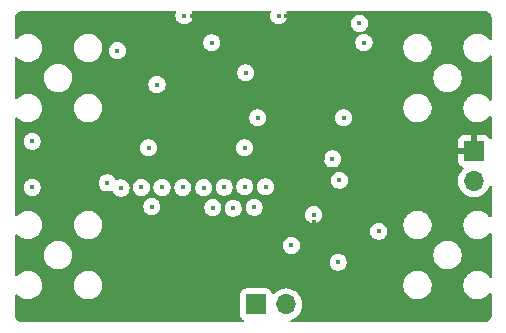
<source format=gbr>
%TF.GenerationSoftware,KiCad,Pcbnew,9.0.0*%
%TF.CreationDate,2026-01-11T13:31:27+01:00*%
%TF.ProjectId,ldc_tdc_driver,6c64635f-7464-4635-9f64-72697665722e,rev?*%
%TF.SameCoordinates,Original*%
%TF.FileFunction,Copper,L3,Inr*%
%TF.FilePolarity,Positive*%
%FSLAX46Y46*%
G04 Gerber Fmt 4.6, Leading zero omitted, Abs format (unit mm)*
G04 Created by KiCad (PCBNEW 9.0.0) date 2026-01-11 13:31:27*
%MOMM*%
%LPD*%
G01*
G04 APERTURE LIST*
%TA.AperFunction,ComponentPad*%
%ADD10R,1.700000X1.700000*%
%TD*%
%TA.AperFunction,ComponentPad*%
%ADD11O,1.700000X1.700000*%
%TD*%
%TA.AperFunction,ViaPad*%
%ADD12C,0.450000*%
%TD*%
G04 APERTURE END LIST*
D10*
%TO.N,+3V3*%
%TO.C,J2*%
X169189400Y-52197000D03*
D11*
%TO.N,GND*%
X169189400Y-54737000D03*
%TD*%
D10*
%TO.N,Net-(J3-Pin_1)*%
%TO.C,J3*%
X150743600Y-65176800D03*
D11*
%TO.N,Net-(J3-Pin_2)*%
X153283600Y-65176800D03*
%TD*%
D12*
%TO.N,GND*%
X157200600Y-52857400D03*
X159486600Y-41376600D03*
X141630400Y-51917600D03*
X161112200Y-58978800D03*
X141020800Y-55270400D03*
X131775200Y-51358800D03*
X157683200Y-61595000D03*
X151536400Y-55219600D03*
X142773400Y-55270400D03*
X144526000Y-55270400D03*
X148031200Y-55245000D03*
X149783800Y-55219600D03*
X152639998Y-40730944D03*
X149758400Y-51917600D03*
X155608448Y-57569467D03*
X146304000Y-55295800D03*
X144637997Y-40725000D03*
X153720800Y-60181500D03*
X131775200Y-55270400D03*
X139293600Y-55321200D03*
X159867600Y-43002200D03*
%TO.N,+3V3*%
X153289000Y-40767000D03*
X148844000Y-60223400D03*
X156387800Y-52806600D03*
X145288000Y-40725000D03*
X155602446Y-58219442D03*
%TO.N,Net-(U2B-MR)*%
X157784800Y-54660800D03*
X158140400Y-49377600D03*
%TO.N,/B3_STOP*%
X138125200Y-54889400D03*
X138988800Y-43688000D03*
%TO.N,/B2_STOP*%
X141909800Y-56896000D03*
X142341600Y-46558200D03*
%TO.N,/B3_START*%
X147066000Y-56972200D03*
X146989800Y-43027600D03*
%TO.N,/B2_START*%
X149860000Y-45567600D03*
X148793200Y-57023000D03*
%TO.N,/B1_START*%
X150876000Y-49377600D03*
X150571200Y-56946800D03*
%TD*%
%TA.AperFunction,Conductor*%
%TO.N,+3V3*%
G36*
X143910016Y-40320185D02*
G01*
X143955771Y-40372989D01*
X143965715Y-40442147D01*
X143957538Y-40471953D01*
X143940378Y-40513379D01*
X143940376Y-40513385D01*
X143912497Y-40653542D01*
X143912497Y-40653545D01*
X143912497Y-40796455D01*
X143912497Y-40796457D01*
X143912496Y-40796457D01*
X143940376Y-40936614D01*
X143940378Y-40936620D01*
X143995066Y-41068650D01*
X143995071Y-41068659D01*
X144074464Y-41187478D01*
X144074467Y-41187482D01*
X144175514Y-41288529D01*
X144175518Y-41288532D01*
X144294337Y-41367925D01*
X144294343Y-41367928D01*
X144294344Y-41367929D01*
X144426377Y-41422619D01*
X144426381Y-41422619D01*
X144426382Y-41422620D01*
X144566539Y-41450500D01*
X144566542Y-41450500D01*
X144709454Y-41450500D01*
X144819740Y-41428562D01*
X144849617Y-41422619D01*
X144981650Y-41367929D01*
X145100476Y-41288532D01*
X145201529Y-41187479D01*
X145280926Y-41068653D01*
X145335616Y-40936620D01*
X145350154Y-40863534D01*
X145363497Y-40796457D01*
X145363497Y-40653542D01*
X145335617Y-40513385D01*
X145335616Y-40513384D01*
X145335616Y-40513380D01*
X145318455Y-40471951D01*
X145310987Y-40402484D01*
X145342262Y-40340004D01*
X145402351Y-40304352D01*
X145433017Y-40300500D01*
X151847440Y-40300500D01*
X151914479Y-40320185D01*
X151960234Y-40372989D01*
X151970178Y-40442147D01*
X151962001Y-40471953D01*
X151942379Y-40519323D01*
X151942377Y-40519329D01*
X151914498Y-40659486D01*
X151914498Y-40659489D01*
X151914498Y-40802399D01*
X151914498Y-40802401D01*
X151914497Y-40802401D01*
X151942377Y-40942558D01*
X151942379Y-40942564D01*
X151997067Y-41074594D01*
X151997072Y-41074603D01*
X152076465Y-41193422D01*
X152076468Y-41193426D01*
X152177515Y-41294473D01*
X152177519Y-41294476D01*
X152296338Y-41373869D01*
X152296344Y-41373872D01*
X152296345Y-41373873D01*
X152428378Y-41428563D01*
X152428382Y-41428563D01*
X152428383Y-41428564D01*
X152568540Y-41456444D01*
X152568543Y-41456444D01*
X152711455Y-41456444D01*
X152753615Y-41448057D01*
X158761099Y-41448057D01*
X158788979Y-41588214D01*
X158788981Y-41588220D01*
X158843669Y-41720250D01*
X158843674Y-41720259D01*
X158923067Y-41839078D01*
X158923070Y-41839082D01*
X159024117Y-41940129D01*
X159024121Y-41940132D01*
X159142940Y-42019525D01*
X159142946Y-42019528D01*
X159142947Y-42019529D01*
X159274980Y-42074219D01*
X159274984Y-42074219D01*
X159274985Y-42074220D01*
X159415142Y-42102100D01*
X159521422Y-42102100D01*
X159588461Y-42121785D01*
X159634216Y-42174589D01*
X159644160Y-42243747D01*
X159615135Y-42307303D01*
X159568875Y-42340661D01*
X159523949Y-42359269D01*
X159523940Y-42359274D01*
X159405121Y-42438667D01*
X159405117Y-42438670D01*
X159304070Y-42539717D01*
X159304067Y-42539721D01*
X159224674Y-42658540D01*
X159224669Y-42658549D01*
X159169981Y-42790579D01*
X159169979Y-42790585D01*
X159142100Y-42930742D01*
X159142100Y-42930745D01*
X159142100Y-43073655D01*
X159142100Y-43073657D01*
X159142099Y-43073657D01*
X159169979Y-43213814D01*
X159169981Y-43213820D01*
X159224669Y-43345850D01*
X159224674Y-43345859D01*
X159304067Y-43464678D01*
X159304070Y-43464682D01*
X159405117Y-43565729D01*
X159405121Y-43565732D01*
X159523940Y-43645125D01*
X159523946Y-43645128D01*
X159523947Y-43645129D01*
X159655980Y-43699819D01*
X159655984Y-43699819D01*
X159655985Y-43699820D01*
X159796142Y-43727700D01*
X159796145Y-43727700D01*
X159939057Y-43727700D01*
X160033351Y-43708942D01*
X160079220Y-43699819D01*
X160211253Y-43645129D01*
X160330079Y-43565732D01*
X160431132Y-43464679D01*
X160504074Y-43355513D01*
X163190300Y-43355513D01*
X163190300Y-43544486D01*
X163219859Y-43731118D01*
X163278254Y-43910836D01*
X163339814Y-44031653D01*
X163364040Y-44079199D01*
X163475110Y-44232073D01*
X163608727Y-44365690D01*
X163761601Y-44476760D01*
X163841147Y-44517290D01*
X163929963Y-44562545D01*
X163929965Y-44562545D01*
X163929968Y-44562547D01*
X164026297Y-44593846D01*
X164109681Y-44620940D01*
X164296314Y-44650500D01*
X164296319Y-44650500D01*
X164485286Y-44650500D01*
X164671918Y-44620940D01*
X164851632Y-44562547D01*
X165019999Y-44476760D01*
X165172873Y-44365690D01*
X165306490Y-44232073D01*
X165417560Y-44079199D01*
X165503347Y-43910832D01*
X165561740Y-43731118D01*
X165575359Y-43645130D01*
X165591300Y-43544486D01*
X165591300Y-43355513D01*
X165561740Y-43168881D01*
X165521510Y-43045069D01*
X165503347Y-42989168D01*
X165503345Y-42989165D01*
X165503345Y-42989163D01*
X165417559Y-42820800D01*
X165414057Y-42815980D01*
X165306490Y-42667927D01*
X165172873Y-42534310D01*
X165019999Y-42423240D01*
X164851636Y-42337454D01*
X164671918Y-42279059D01*
X164485286Y-42249500D01*
X164485281Y-42249500D01*
X164296319Y-42249500D01*
X164296314Y-42249500D01*
X164109681Y-42279059D01*
X163929963Y-42337454D01*
X163761600Y-42423240D01*
X163674379Y-42486610D01*
X163608727Y-42534310D01*
X163608725Y-42534312D01*
X163608724Y-42534312D01*
X163475112Y-42667924D01*
X163475112Y-42667925D01*
X163475110Y-42667927D01*
X163459373Y-42689587D01*
X163364040Y-42820800D01*
X163278254Y-42989163D01*
X163219859Y-43168881D01*
X163190300Y-43355513D01*
X160504074Y-43355513D01*
X160510529Y-43345853D01*
X160565219Y-43213820D01*
X160593100Y-43073655D01*
X160593100Y-42930745D01*
X160593100Y-42930742D01*
X160565220Y-42790585D01*
X160565219Y-42790584D01*
X160565219Y-42790580D01*
X160510529Y-42658547D01*
X160510528Y-42658546D01*
X160510525Y-42658540D01*
X160431132Y-42539721D01*
X160431129Y-42539717D01*
X160330082Y-42438670D01*
X160330078Y-42438667D01*
X160211259Y-42359274D01*
X160211250Y-42359269D01*
X160079220Y-42304581D01*
X160079214Y-42304579D01*
X159939057Y-42276700D01*
X159939055Y-42276700D01*
X159832778Y-42276700D01*
X159765739Y-42257015D01*
X159719984Y-42204211D01*
X159710040Y-42135053D01*
X159739065Y-42071497D01*
X159785325Y-42038139D01*
X159803521Y-42030601D01*
X159830253Y-42019529D01*
X159949079Y-41940132D01*
X160050132Y-41839079D01*
X160129529Y-41720253D01*
X160184219Y-41588220D01*
X160193342Y-41542351D01*
X160212100Y-41448057D01*
X160212100Y-41305142D01*
X160184220Y-41164985D01*
X160184219Y-41164984D01*
X160184219Y-41164980D01*
X160129529Y-41032947D01*
X160129528Y-41032946D01*
X160129525Y-41032940D01*
X160050132Y-40914121D01*
X160050129Y-40914117D01*
X159949082Y-40813070D01*
X159949078Y-40813067D01*
X159830259Y-40733674D01*
X159830250Y-40733669D01*
X159698220Y-40678981D01*
X159698214Y-40678979D01*
X159558057Y-40651100D01*
X159558055Y-40651100D01*
X159415145Y-40651100D01*
X159415143Y-40651100D01*
X159274985Y-40678979D01*
X159274979Y-40678981D01*
X159142949Y-40733669D01*
X159142940Y-40733674D01*
X159024121Y-40813067D01*
X159024117Y-40813070D01*
X158923070Y-40914117D01*
X158923067Y-40914121D01*
X158843674Y-41032940D01*
X158843669Y-41032949D01*
X158788981Y-41164979D01*
X158788979Y-41164985D01*
X158761100Y-41305142D01*
X158761100Y-41305145D01*
X158761100Y-41448055D01*
X158761100Y-41448057D01*
X158761099Y-41448057D01*
X152753615Y-41448057D01*
X152805749Y-41437686D01*
X152851618Y-41428563D01*
X152983651Y-41373873D01*
X153102477Y-41294476D01*
X153108424Y-41288529D01*
X153185582Y-41211372D01*
X153203527Y-41193426D01*
X153203530Y-41193423D01*
X153282927Y-41074597D01*
X153337617Y-40942564D01*
X153346740Y-40896695D01*
X153365498Y-40802401D01*
X153365498Y-40659486D01*
X153337618Y-40519329D01*
X153337617Y-40519328D01*
X153337617Y-40519324D01*
X153317994Y-40471952D01*
X153310526Y-40402484D01*
X153341801Y-40340004D01*
X153401890Y-40304352D01*
X153432556Y-40300500D01*
X169952405Y-40300500D01*
X169993907Y-40300500D01*
X170006061Y-40301097D01*
X170124317Y-40312744D01*
X170148145Y-40317483D01*
X170256005Y-40350202D01*
X170278453Y-40359501D01*
X170358869Y-40402484D01*
X170377849Y-40412629D01*
X170398059Y-40426133D01*
X170485179Y-40497630D01*
X170502369Y-40514820D01*
X170573866Y-40601940D01*
X170587370Y-40622150D01*
X170640495Y-40721538D01*
X170649798Y-40743997D01*
X170682514Y-40851848D01*
X170687256Y-40875688D01*
X170693257Y-40936620D01*
X170698903Y-40993937D01*
X170699500Y-41006092D01*
X170699500Y-42689587D01*
X170679815Y-42756626D01*
X170627011Y-42802381D01*
X170557853Y-42812325D01*
X170494297Y-42783300D01*
X170475182Y-42762473D01*
X170422227Y-42689587D01*
X170406490Y-42667927D01*
X170272873Y-42534310D01*
X170119999Y-42423240D01*
X169951636Y-42337454D01*
X169771918Y-42279059D01*
X169585286Y-42249500D01*
X169585281Y-42249500D01*
X169396319Y-42249500D01*
X169396314Y-42249500D01*
X169209681Y-42279059D01*
X169029963Y-42337454D01*
X168861600Y-42423240D01*
X168774379Y-42486610D01*
X168708727Y-42534310D01*
X168708725Y-42534312D01*
X168708724Y-42534312D01*
X168575112Y-42667924D01*
X168575112Y-42667925D01*
X168575110Y-42667927D01*
X168559373Y-42689587D01*
X168464040Y-42820800D01*
X168378254Y-42989163D01*
X168319859Y-43168881D01*
X168290300Y-43355513D01*
X168290300Y-43544486D01*
X168319859Y-43731118D01*
X168378254Y-43910836D01*
X168439814Y-44031653D01*
X168464040Y-44079199D01*
X168575110Y-44232073D01*
X168708727Y-44365690D01*
X168861601Y-44476760D01*
X168941147Y-44517290D01*
X169029963Y-44562545D01*
X169029965Y-44562545D01*
X169029968Y-44562547D01*
X169126297Y-44593846D01*
X169209681Y-44620940D01*
X169396314Y-44650500D01*
X169396319Y-44650500D01*
X169585286Y-44650500D01*
X169771918Y-44620940D01*
X169951632Y-44562547D01*
X170119999Y-44476760D01*
X170272873Y-44365690D01*
X170406490Y-44232073D01*
X170475183Y-44137524D01*
X170530512Y-44094861D01*
X170600125Y-44088882D01*
X170661920Y-44121488D01*
X170696278Y-44182327D01*
X170699500Y-44210412D01*
X170699500Y-47789587D01*
X170679815Y-47856626D01*
X170627011Y-47902381D01*
X170557853Y-47912325D01*
X170494297Y-47883300D01*
X170475182Y-47862473D01*
X170422227Y-47789587D01*
X170406490Y-47767927D01*
X170272873Y-47634310D01*
X170119999Y-47523240D01*
X169951636Y-47437454D01*
X169771918Y-47379059D01*
X169585286Y-47349500D01*
X169585281Y-47349500D01*
X169396319Y-47349500D01*
X169396314Y-47349500D01*
X169209681Y-47379059D01*
X169029963Y-47437454D01*
X168861600Y-47523240D01*
X168774379Y-47586610D01*
X168708727Y-47634310D01*
X168708725Y-47634312D01*
X168708724Y-47634312D01*
X168575112Y-47767924D01*
X168575112Y-47767925D01*
X168575110Y-47767927D01*
X168559373Y-47789587D01*
X168464040Y-47920800D01*
X168378254Y-48089163D01*
X168319859Y-48268881D01*
X168290300Y-48455513D01*
X168290300Y-48644486D01*
X168319859Y-48831118D01*
X168378254Y-49010836D01*
X168457304Y-49165979D01*
X168464040Y-49179199D01*
X168575110Y-49332073D01*
X168708727Y-49465690D01*
X168861601Y-49576760D01*
X168941147Y-49617290D01*
X169029963Y-49662545D01*
X169029965Y-49662545D01*
X169029968Y-49662547D01*
X169126297Y-49693846D01*
X169209681Y-49720940D01*
X169396314Y-49750500D01*
X169396319Y-49750500D01*
X169585286Y-49750500D01*
X169771918Y-49720940D01*
X169951632Y-49662547D01*
X170119999Y-49576760D01*
X170272873Y-49465690D01*
X170406490Y-49332073D01*
X170475183Y-49237524D01*
X170530512Y-49194861D01*
X170600125Y-49188882D01*
X170661920Y-49221488D01*
X170696278Y-49282327D01*
X170699500Y-49310412D01*
X170699500Y-51021890D01*
X170679815Y-51088929D01*
X170627011Y-51134684D01*
X170557853Y-51144628D01*
X170494297Y-51115603D01*
X170476234Y-51096202D01*
X170396587Y-50989809D01*
X170281493Y-50903649D01*
X170281486Y-50903645D01*
X170146779Y-50853403D01*
X170146772Y-50853401D01*
X170087244Y-50847000D01*
X169439400Y-50847000D01*
X169439400Y-51763988D01*
X169382393Y-51731075D01*
X169255226Y-51697000D01*
X169123574Y-51697000D01*
X168996407Y-51731075D01*
X168939400Y-51763988D01*
X168939400Y-50847000D01*
X168291555Y-50847000D01*
X168232027Y-50853401D01*
X168232020Y-50853403D01*
X168097313Y-50903645D01*
X168097306Y-50903649D01*
X167982212Y-50989809D01*
X167982209Y-50989812D01*
X167896049Y-51104906D01*
X167896045Y-51104913D01*
X167845803Y-51239620D01*
X167845801Y-51239627D01*
X167839400Y-51299155D01*
X167839400Y-51947000D01*
X168756388Y-51947000D01*
X168723475Y-52004007D01*
X168689400Y-52131174D01*
X168689400Y-52262826D01*
X168723475Y-52389993D01*
X168756388Y-52447000D01*
X167839400Y-52447000D01*
X167839400Y-53094844D01*
X167845801Y-53154372D01*
X167845803Y-53154379D01*
X167896045Y-53289086D01*
X167896049Y-53289093D01*
X167982209Y-53404187D01*
X167982212Y-53404190D01*
X168097306Y-53490350D01*
X168097313Y-53490354D01*
X168228870Y-53539422D01*
X168284804Y-53581293D01*
X168309221Y-53646758D01*
X168294369Y-53715031D01*
X168273219Y-53743285D01*
X168159289Y-53857215D01*
X168034351Y-54029179D01*
X167937844Y-54218585D01*
X167872153Y-54420760D01*
X167838900Y-54630713D01*
X167838900Y-54843286D01*
X167869008Y-55033385D01*
X167872154Y-55053243D01*
X167927744Y-55224332D01*
X167937844Y-55255414D01*
X168034351Y-55444820D01*
X168159290Y-55616786D01*
X168309613Y-55767109D01*
X168481579Y-55892048D01*
X168481581Y-55892049D01*
X168481584Y-55892051D01*
X168670988Y-55988557D01*
X168873157Y-56054246D01*
X169083113Y-56087500D01*
X169083114Y-56087500D01*
X169295686Y-56087500D01*
X169295687Y-56087500D01*
X169505643Y-56054246D01*
X169707812Y-55988557D01*
X169897216Y-55892051D01*
X169919189Y-55876086D01*
X170069186Y-55767109D01*
X170069188Y-55767106D01*
X170069192Y-55767104D01*
X170219504Y-55616792D01*
X170219506Y-55616788D01*
X170219509Y-55616786D01*
X170344448Y-55444820D01*
X170344447Y-55444820D01*
X170344451Y-55444816D01*
X170440957Y-55255412D01*
X170457570Y-55204282D01*
X170497006Y-55146609D01*
X170561365Y-55119410D01*
X170630211Y-55131324D01*
X170681687Y-55178568D01*
X170699500Y-55242602D01*
X170699500Y-57689587D01*
X170679815Y-57756626D01*
X170627011Y-57802381D01*
X170557853Y-57812325D01*
X170494297Y-57783300D01*
X170475182Y-57762473D01*
X170407865Y-57669820D01*
X170406490Y-57667927D01*
X170272873Y-57534310D01*
X170119999Y-57423240D01*
X170092593Y-57409276D01*
X169951636Y-57337454D01*
X169771918Y-57279059D01*
X169585286Y-57249500D01*
X169585281Y-57249500D01*
X169396319Y-57249500D01*
X169396314Y-57249500D01*
X169209681Y-57279059D01*
X169029963Y-57337454D01*
X168861600Y-57423240D01*
X168775938Y-57485478D01*
X168708727Y-57534310D01*
X168708725Y-57534312D01*
X168708724Y-57534312D01*
X168575112Y-57667924D01*
X168575112Y-57667925D01*
X168575110Y-57667927D01*
X168573735Y-57669820D01*
X168464040Y-57820800D01*
X168378254Y-57989163D01*
X168319859Y-58168881D01*
X168290300Y-58355513D01*
X168290300Y-58544486D01*
X168319859Y-58731118D01*
X168378254Y-58910836D01*
X168449292Y-59050255D01*
X168464040Y-59079199D01*
X168575110Y-59232073D01*
X168708727Y-59365690D01*
X168861601Y-59476760D01*
X168941147Y-59517290D01*
X169029963Y-59562545D01*
X169029965Y-59562545D01*
X169029968Y-59562547D01*
X169126297Y-59593846D01*
X169209681Y-59620940D01*
X169396314Y-59650500D01*
X169396319Y-59650500D01*
X169585286Y-59650500D01*
X169771918Y-59620940D01*
X169781068Y-59617967D01*
X169951632Y-59562547D01*
X170119999Y-59476760D01*
X170272873Y-59365690D01*
X170406490Y-59232073D01*
X170475183Y-59137524D01*
X170530512Y-59094861D01*
X170600125Y-59088882D01*
X170661920Y-59121488D01*
X170696278Y-59182327D01*
X170699500Y-59210412D01*
X170699500Y-62789587D01*
X170679815Y-62856626D01*
X170627011Y-62902381D01*
X170557853Y-62912325D01*
X170494297Y-62883300D01*
X170475182Y-62862473D01*
X170422227Y-62789587D01*
X170406490Y-62767927D01*
X170272873Y-62634310D01*
X170119999Y-62523240D01*
X169951636Y-62437454D01*
X169771918Y-62379059D01*
X169585286Y-62349500D01*
X169585281Y-62349500D01*
X169396319Y-62349500D01*
X169396314Y-62349500D01*
X169209681Y-62379059D01*
X169029963Y-62437454D01*
X168861600Y-62523240D01*
X168774379Y-62586610D01*
X168708727Y-62634310D01*
X168708725Y-62634312D01*
X168708724Y-62634312D01*
X168575112Y-62767924D01*
X168575112Y-62767925D01*
X168575110Y-62767927D01*
X168559373Y-62789587D01*
X168464040Y-62920800D01*
X168378254Y-63089163D01*
X168319859Y-63268881D01*
X168290300Y-63455513D01*
X168290300Y-63644486D01*
X168319859Y-63831118D01*
X168378254Y-64010836D01*
X168447475Y-64146689D01*
X168464040Y-64179199D01*
X168575110Y-64332073D01*
X168708727Y-64465690D01*
X168861601Y-64576760D01*
X168941147Y-64617290D01*
X169029963Y-64662545D01*
X169029965Y-64662545D01*
X169029968Y-64662547D01*
X169126297Y-64693846D01*
X169209681Y-64720940D01*
X169396314Y-64750500D01*
X169396319Y-64750500D01*
X169585286Y-64750500D01*
X169771918Y-64720940D01*
X169951632Y-64662547D01*
X170119999Y-64576760D01*
X170272873Y-64465690D01*
X170406490Y-64332073D01*
X170475183Y-64237524D01*
X170530512Y-64194861D01*
X170600125Y-64188882D01*
X170661920Y-64221488D01*
X170696278Y-64282327D01*
X170699500Y-64310412D01*
X170699500Y-65993907D01*
X170698903Y-66006061D01*
X170698903Y-66006062D01*
X170687256Y-66124311D01*
X170682514Y-66148151D01*
X170649798Y-66256002D01*
X170640495Y-66278461D01*
X170587370Y-66377849D01*
X170573866Y-66398059D01*
X170502369Y-66485179D01*
X170485179Y-66502369D01*
X170398059Y-66573866D01*
X170377849Y-66587370D01*
X170278461Y-66640495D01*
X170256002Y-66649798D01*
X170148151Y-66682514D01*
X170124311Y-66687256D01*
X170037215Y-66695834D01*
X170006060Y-66698903D01*
X169993907Y-66699500D01*
X153750424Y-66699500D01*
X153683385Y-66679815D01*
X153637630Y-66627011D01*
X153627686Y-66557853D01*
X153656711Y-66494297D01*
X153712104Y-66457569D01*
X153802012Y-66428357D01*
X153991416Y-66331851D01*
X154077738Y-66269135D01*
X154163386Y-66206909D01*
X154163388Y-66206906D01*
X154163392Y-66206904D01*
X154313704Y-66056592D01*
X154313706Y-66056588D01*
X154313709Y-66056586D01*
X154438648Y-65884620D01*
X154438647Y-65884620D01*
X154438651Y-65884616D01*
X154535157Y-65695212D01*
X154600846Y-65493043D01*
X154634100Y-65283087D01*
X154634100Y-65070513D01*
X154600846Y-64860557D01*
X154535157Y-64658388D01*
X154438651Y-64468984D01*
X154438649Y-64468981D01*
X154438648Y-64468979D01*
X154313709Y-64297013D01*
X154163386Y-64146690D01*
X153991420Y-64021751D01*
X153802014Y-63925244D01*
X153802013Y-63925243D01*
X153802012Y-63925243D01*
X153599843Y-63859554D01*
X153599841Y-63859553D01*
X153599840Y-63859553D01*
X153438557Y-63834008D01*
X153389887Y-63826300D01*
X153177313Y-63826300D01*
X153128642Y-63834008D01*
X152967360Y-63859553D01*
X152765185Y-63925244D01*
X152575779Y-64021751D01*
X152403815Y-64146689D01*
X152290273Y-64260231D01*
X152228950Y-64293715D01*
X152159258Y-64288731D01*
X152103325Y-64246859D01*
X152086410Y-64215882D01*
X152037397Y-64084471D01*
X152037393Y-64084464D01*
X151951147Y-63969255D01*
X151951144Y-63969252D01*
X151835935Y-63883006D01*
X151835928Y-63883002D01*
X151701082Y-63832708D01*
X151701083Y-63832708D01*
X151641483Y-63826301D01*
X151641481Y-63826300D01*
X151641473Y-63826300D01*
X151641464Y-63826300D01*
X149845729Y-63826300D01*
X149845723Y-63826301D01*
X149786116Y-63832708D01*
X149651271Y-63883002D01*
X149651264Y-63883006D01*
X149536055Y-63969252D01*
X149536052Y-63969255D01*
X149449806Y-64084464D01*
X149449802Y-64084471D01*
X149399508Y-64219317D01*
X149393101Y-64278916D01*
X149393100Y-64278935D01*
X149393100Y-66074670D01*
X149393101Y-66074676D01*
X149399508Y-66134283D01*
X149449802Y-66269128D01*
X149449806Y-66269135D01*
X149536052Y-66384344D01*
X149536055Y-66384347D01*
X149658369Y-66475912D01*
X149656204Y-66478802D01*
X149693467Y-66516050D01*
X149708334Y-66584320D01*
X149683931Y-66649789D01*
X149628006Y-66691672D01*
X149584648Y-66699500D01*
X131006093Y-66699500D01*
X130993939Y-66698903D01*
X130920523Y-66691672D01*
X130875688Y-66687256D01*
X130851848Y-66682514D01*
X130743997Y-66649798D01*
X130721541Y-66640496D01*
X130622150Y-66587370D01*
X130601940Y-66573866D01*
X130514820Y-66502369D01*
X130497630Y-66485179D01*
X130426133Y-66398059D01*
X130412629Y-66377849D01*
X130359501Y-66278453D01*
X130350201Y-66256002D01*
X130335309Y-66206909D01*
X130317483Y-66148145D01*
X130312744Y-66124317D01*
X130301097Y-66006061D01*
X130300500Y-65993907D01*
X130300500Y-64424625D01*
X130320185Y-64357586D01*
X130372989Y-64311831D01*
X130442147Y-64301887D01*
X130505703Y-64330912D01*
X130512181Y-64336944D01*
X130640927Y-64465690D01*
X130793801Y-64576760D01*
X130873347Y-64617290D01*
X130962163Y-64662545D01*
X130962165Y-64662545D01*
X130962168Y-64662547D01*
X131058497Y-64693846D01*
X131141881Y-64720940D01*
X131328514Y-64750500D01*
X131328519Y-64750500D01*
X131517486Y-64750500D01*
X131704118Y-64720940D01*
X131883832Y-64662547D01*
X132052199Y-64576760D01*
X132205073Y-64465690D01*
X132338690Y-64332073D01*
X132449760Y-64179199D01*
X132535547Y-64010832D01*
X132593940Y-63831118D01*
X132594703Y-63826300D01*
X132623500Y-63644486D01*
X132623500Y-63455513D01*
X135322500Y-63455513D01*
X135322500Y-63644486D01*
X135352059Y-63831118D01*
X135410454Y-64010836D01*
X135479675Y-64146689D01*
X135496240Y-64179199D01*
X135607310Y-64332073D01*
X135740927Y-64465690D01*
X135893801Y-64576760D01*
X135973347Y-64617290D01*
X136062163Y-64662545D01*
X136062165Y-64662545D01*
X136062168Y-64662547D01*
X136158497Y-64693846D01*
X136241881Y-64720940D01*
X136428514Y-64750500D01*
X136428519Y-64750500D01*
X136617486Y-64750500D01*
X136804118Y-64720940D01*
X136983832Y-64662547D01*
X137152199Y-64576760D01*
X137305073Y-64465690D01*
X137438690Y-64332073D01*
X137549760Y-64179199D01*
X137635547Y-64010832D01*
X137693940Y-63831118D01*
X137694703Y-63826300D01*
X137723500Y-63644486D01*
X137723500Y-63455513D01*
X163190300Y-63455513D01*
X163190300Y-63644486D01*
X163219859Y-63831118D01*
X163278254Y-64010836D01*
X163347475Y-64146689D01*
X163364040Y-64179199D01*
X163475110Y-64332073D01*
X163608727Y-64465690D01*
X163761601Y-64576760D01*
X163841147Y-64617290D01*
X163929963Y-64662545D01*
X163929965Y-64662545D01*
X163929968Y-64662547D01*
X164026297Y-64693846D01*
X164109681Y-64720940D01*
X164296314Y-64750500D01*
X164296319Y-64750500D01*
X164485286Y-64750500D01*
X164671918Y-64720940D01*
X164851632Y-64662547D01*
X165019999Y-64576760D01*
X165172873Y-64465690D01*
X165306490Y-64332073D01*
X165417560Y-64179199D01*
X165503347Y-64010832D01*
X165561740Y-63831118D01*
X165562503Y-63826300D01*
X165591300Y-63644486D01*
X165591300Y-63455513D01*
X165561740Y-63268881D01*
X165534646Y-63185497D01*
X165503347Y-63089168D01*
X165503345Y-63089165D01*
X165503345Y-63089163D01*
X165417559Y-62920800D01*
X165306490Y-62767927D01*
X165172873Y-62634310D01*
X165019999Y-62523240D01*
X164851636Y-62437454D01*
X164671918Y-62379059D01*
X164485286Y-62349500D01*
X164485281Y-62349500D01*
X164296319Y-62349500D01*
X164296314Y-62349500D01*
X164109681Y-62379059D01*
X163929963Y-62437454D01*
X163761600Y-62523240D01*
X163674379Y-62586610D01*
X163608727Y-62634310D01*
X163608725Y-62634312D01*
X163608724Y-62634312D01*
X163475112Y-62767924D01*
X163475112Y-62767925D01*
X163475110Y-62767927D01*
X163459373Y-62789587D01*
X163364040Y-62920800D01*
X163278254Y-63089163D01*
X163219859Y-63268881D01*
X163190300Y-63455513D01*
X137723500Y-63455513D01*
X137693940Y-63268881D01*
X137666846Y-63185497D01*
X137635547Y-63089168D01*
X137635545Y-63089165D01*
X137635545Y-63089163D01*
X137549759Y-62920800D01*
X137438690Y-62767927D01*
X137305073Y-62634310D01*
X137152199Y-62523240D01*
X136983836Y-62437454D01*
X136804118Y-62379059D01*
X136617486Y-62349500D01*
X136617481Y-62349500D01*
X136428519Y-62349500D01*
X136428514Y-62349500D01*
X136241881Y-62379059D01*
X136062163Y-62437454D01*
X135893800Y-62523240D01*
X135806579Y-62586610D01*
X135740927Y-62634310D01*
X135740925Y-62634312D01*
X135740924Y-62634312D01*
X135607312Y-62767924D01*
X135607312Y-62767925D01*
X135607310Y-62767927D01*
X135591573Y-62789587D01*
X135496240Y-62920800D01*
X135410454Y-63089163D01*
X135352059Y-63268881D01*
X135322500Y-63455513D01*
X132623500Y-63455513D01*
X132593940Y-63268881D01*
X132566846Y-63185497D01*
X132535547Y-63089168D01*
X132535545Y-63089165D01*
X132535545Y-63089163D01*
X132449759Y-62920800D01*
X132338690Y-62767927D01*
X132205073Y-62634310D01*
X132052199Y-62523240D01*
X131883836Y-62437454D01*
X131704118Y-62379059D01*
X131517486Y-62349500D01*
X131517481Y-62349500D01*
X131328519Y-62349500D01*
X131328514Y-62349500D01*
X131141881Y-62379059D01*
X130962163Y-62437454D01*
X130793800Y-62523240D01*
X130706579Y-62586610D01*
X130640927Y-62634310D01*
X130640925Y-62634312D01*
X130640924Y-62634312D01*
X130512181Y-62763056D01*
X130450858Y-62796541D01*
X130381166Y-62791557D01*
X130325233Y-62749685D01*
X130300816Y-62684221D01*
X130300500Y-62675375D01*
X130300500Y-60905513D01*
X132772500Y-60905513D01*
X132772500Y-61094486D01*
X132802059Y-61281118D01*
X132860454Y-61460836D01*
X132946240Y-61629199D01*
X133057310Y-61782073D01*
X133190927Y-61915690D01*
X133343801Y-62026760D01*
X133404089Y-62057478D01*
X133512163Y-62112545D01*
X133512165Y-62112545D01*
X133512168Y-62112547D01*
X133608497Y-62143846D01*
X133691881Y-62170940D01*
X133878514Y-62200500D01*
X133878519Y-62200500D01*
X134067486Y-62200500D01*
X134254118Y-62170940D01*
X134433832Y-62112547D01*
X134602199Y-62026760D01*
X134755073Y-61915690D01*
X134888690Y-61782073D01*
X134972690Y-61666457D01*
X156957699Y-61666457D01*
X156985579Y-61806614D01*
X156985581Y-61806620D01*
X157040269Y-61938650D01*
X157040274Y-61938659D01*
X157119667Y-62057478D01*
X157119670Y-62057482D01*
X157220717Y-62158529D01*
X157220721Y-62158532D01*
X157339540Y-62237925D01*
X157339546Y-62237928D01*
X157339547Y-62237929D01*
X157471580Y-62292619D01*
X157471584Y-62292619D01*
X157471585Y-62292620D01*
X157611742Y-62320500D01*
X157611745Y-62320500D01*
X157754657Y-62320500D01*
X157848951Y-62301742D01*
X157894820Y-62292619D01*
X158026853Y-62237929D01*
X158145679Y-62158532D01*
X158246732Y-62057479D01*
X158326129Y-61938653D01*
X158380819Y-61806620D01*
X158408700Y-61666455D01*
X158408700Y-61523545D01*
X158408700Y-61523542D01*
X158380820Y-61383385D01*
X158380819Y-61383384D01*
X158380819Y-61383380D01*
X158326129Y-61251347D01*
X158326128Y-61251346D01*
X158326125Y-61251340D01*
X158246732Y-61132521D01*
X158246729Y-61132517D01*
X158145679Y-61031467D01*
X158104195Y-61003749D01*
X158026859Y-60952074D01*
X158026850Y-60952069D01*
X157914453Y-60905513D01*
X165740300Y-60905513D01*
X165740300Y-61094486D01*
X165769859Y-61281118D01*
X165828254Y-61460836D01*
X165914040Y-61629199D01*
X166025110Y-61782073D01*
X166158727Y-61915690D01*
X166311601Y-62026760D01*
X166371889Y-62057478D01*
X166479963Y-62112545D01*
X166479965Y-62112545D01*
X166479968Y-62112547D01*
X166576297Y-62143846D01*
X166659681Y-62170940D01*
X166846314Y-62200500D01*
X166846319Y-62200500D01*
X167035286Y-62200500D01*
X167221918Y-62170940D01*
X167401632Y-62112547D01*
X167569999Y-62026760D01*
X167722873Y-61915690D01*
X167856490Y-61782073D01*
X167967560Y-61629199D01*
X168053347Y-61460832D01*
X168111740Y-61281118D01*
X168116456Y-61251340D01*
X168141300Y-61094486D01*
X168141300Y-60905513D01*
X168111740Y-60718881D01*
X168053345Y-60539163D01*
X167967559Y-60370800D01*
X167856490Y-60217927D01*
X167722873Y-60084310D01*
X167569999Y-59973240D01*
X167401636Y-59887454D01*
X167221918Y-59829059D01*
X167035286Y-59799500D01*
X167035281Y-59799500D01*
X166846319Y-59799500D01*
X166846314Y-59799500D01*
X166659681Y-59829059D01*
X166479963Y-59887454D01*
X166311600Y-59973240D01*
X166224379Y-60036610D01*
X166158727Y-60084310D01*
X166158725Y-60084312D01*
X166158724Y-60084312D01*
X166025112Y-60217924D01*
X166025112Y-60217925D01*
X166025110Y-60217927D01*
X165999661Y-60252955D01*
X165914040Y-60370800D01*
X165828254Y-60539163D01*
X165769859Y-60718881D01*
X165740300Y-60905513D01*
X157914453Y-60905513D01*
X157894820Y-60897381D01*
X157894814Y-60897379D01*
X157754657Y-60869500D01*
X157754655Y-60869500D01*
X157611745Y-60869500D01*
X157611743Y-60869500D01*
X157471585Y-60897379D01*
X157471579Y-60897381D01*
X157339549Y-60952069D01*
X157339540Y-60952074D01*
X157220721Y-61031467D01*
X157220717Y-61031470D01*
X157119670Y-61132517D01*
X157119667Y-61132521D01*
X157040274Y-61251340D01*
X157040269Y-61251349D01*
X156985581Y-61383379D01*
X156985579Y-61383385D01*
X156957700Y-61523542D01*
X156957700Y-61523545D01*
X156957700Y-61666455D01*
X156957700Y-61666457D01*
X156957699Y-61666457D01*
X134972690Y-61666457D01*
X134999760Y-61629199D01*
X135085547Y-61460832D01*
X135143940Y-61281118D01*
X135148656Y-61251340D01*
X135173500Y-61094486D01*
X135173500Y-60905513D01*
X135143940Y-60718881D01*
X135085545Y-60539163D01*
X134999759Y-60370800D01*
X134914141Y-60252957D01*
X152995299Y-60252957D01*
X153023179Y-60393114D01*
X153023181Y-60393120D01*
X153077869Y-60525150D01*
X153077874Y-60525159D01*
X153157267Y-60643978D01*
X153157270Y-60643982D01*
X153258317Y-60745029D01*
X153258321Y-60745032D01*
X153377140Y-60824425D01*
X153377146Y-60824428D01*
X153377147Y-60824429D01*
X153509180Y-60879119D01*
X153509184Y-60879119D01*
X153509185Y-60879120D01*
X153649342Y-60907000D01*
X153649345Y-60907000D01*
X153792257Y-60907000D01*
X153886551Y-60888242D01*
X153932420Y-60879119D01*
X154064453Y-60824429D01*
X154183279Y-60745032D01*
X154284332Y-60643979D01*
X154363729Y-60525153D01*
X154418419Y-60393120D01*
X154446300Y-60252955D01*
X154446300Y-60110045D01*
X154446300Y-60110042D01*
X154418420Y-59969885D01*
X154418419Y-59969884D01*
X154418419Y-59969880D01*
X154363729Y-59837847D01*
X154363728Y-59837846D01*
X154363725Y-59837840D01*
X154284332Y-59719021D01*
X154284329Y-59719017D01*
X154183282Y-59617970D01*
X154183278Y-59617967D01*
X154064459Y-59538574D01*
X154064450Y-59538569D01*
X153932420Y-59483881D01*
X153932414Y-59483879D01*
X153792257Y-59456000D01*
X153792255Y-59456000D01*
X153649345Y-59456000D01*
X153649343Y-59456000D01*
X153509185Y-59483879D01*
X153509179Y-59483881D01*
X153377149Y-59538569D01*
X153377140Y-59538574D01*
X153258321Y-59617967D01*
X153258317Y-59617970D01*
X153157270Y-59719017D01*
X153157267Y-59719021D01*
X153077874Y-59837840D01*
X153077869Y-59837849D01*
X153023181Y-59969879D01*
X153023179Y-59969885D01*
X152995300Y-60110042D01*
X152995300Y-60110045D01*
X152995300Y-60252955D01*
X152995300Y-60252957D01*
X152995299Y-60252957D01*
X134914141Y-60252957D01*
X134888690Y-60217927D01*
X134755073Y-60084310D01*
X134602199Y-59973240D01*
X134433836Y-59887454D01*
X134254118Y-59829059D01*
X134067486Y-59799500D01*
X134067481Y-59799500D01*
X133878519Y-59799500D01*
X133878514Y-59799500D01*
X133691881Y-59829059D01*
X133512163Y-59887454D01*
X133343800Y-59973240D01*
X133256579Y-60036610D01*
X133190927Y-60084310D01*
X133190925Y-60084312D01*
X133190924Y-60084312D01*
X133057312Y-60217924D01*
X133057312Y-60217925D01*
X133057310Y-60217927D01*
X133031861Y-60252955D01*
X132946240Y-60370800D01*
X132860454Y-60539163D01*
X132802059Y-60718881D01*
X132772500Y-60905513D01*
X130300500Y-60905513D01*
X130300500Y-59324625D01*
X130320185Y-59257586D01*
X130372989Y-59211831D01*
X130442147Y-59201887D01*
X130505703Y-59230912D01*
X130512181Y-59236944D01*
X130640927Y-59365690D01*
X130793801Y-59476760D01*
X130873347Y-59517290D01*
X130962163Y-59562545D01*
X130962165Y-59562545D01*
X130962168Y-59562547D01*
X131058497Y-59593846D01*
X131141881Y-59620940D01*
X131328514Y-59650500D01*
X131328519Y-59650500D01*
X131517486Y-59650500D01*
X131704118Y-59620940D01*
X131713268Y-59617967D01*
X131883832Y-59562547D01*
X132052199Y-59476760D01*
X132205073Y-59365690D01*
X132338690Y-59232073D01*
X132449760Y-59079199D01*
X132535547Y-58910832D01*
X132593940Y-58731118D01*
X132609140Y-58635149D01*
X132623500Y-58544486D01*
X132623500Y-58355513D01*
X135322500Y-58355513D01*
X135322500Y-58544486D01*
X135352059Y-58731118D01*
X135410454Y-58910836D01*
X135481492Y-59050255D01*
X135496240Y-59079199D01*
X135607310Y-59232073D01*
X135740927Y-59365690D01*
X135893801Y-59476760D01*
X135973347Y-59517290D01*
X136062163Y-59562545D01*
X136062165Y-59562545D01*
X136062168Y-59562547D01*
X136158497Y-59593846D01*
X136241881Y-59620940D01*
X136428514Y-59650500D01*
X136428519Y-59650500D01*
X136617486Y-59650500D01*
X136804118Y-59620940D01*
X136813268Y-59617967D01*
X136983832Y-59562547D01*
X137152199Y-59476760D01*
X137305073Y-59365690D01*
X137438690Y-59232073D01*
X137549760Y-59079199D01*
X137564507Y-59050257D01*
X160386699Y-59050257D01*
X160414579Y-59190414D01*
X160414581Y-59190420D01*
X160469269Y-59322450D01*
X160469274Y-59322459D01*
X160548667Y-59441278D01*
X160548670Y-59441282D01*
X160649717Y-59542329D01*
X160649721Y-59542332D01*
X160768540Y-59621725D01*
X160768546Y-59621728D01*
X160768547Y-59621729D01*
X160900580Y-59676419D01*
X160900584Y-59676419D01*
X160900585Y-59676420D01*
X161040742Y-59704300D01*
X161040745Y-59704300D01*
X161183657Y-59704300D01*
X161277951Y-59685542D01*
X161323820Y-59676419D01*
X161455853Y-59621729D01*
X161574679Y-59542332D01*
X161675732Y-59441279D01*
X161755129Y-59322453D01*
X161809819Y-59190420D01*
X161828827Y-59094861D01*
X161837700Y-59050257D01*
X161837700Y-58907342D01*
X161809820Y-58767185D01*
X161809819Y-58767184D01*
X161809819Y-58767180D01*
X161755129Y-58635147D01*
X161755128Y-58635146D01*
X161755125Y-58635140D01*
X161675732Y-58516321D01*
X161675729Y-58516317D01*
X161574682Y-58415270D01*
X161574678Y-58415267D01*
X161485251Y-58355513D01*
X163190300Y-58355513D01*
X163190300Y-58544486D01*
X163219859Y-58731118D01*
X163278254Y-58910836D01*
X163349292Y-59050255D01*
X163364040Y-59079199D01*
X163475110Y-59232073D01*
X163608727Y-59365690D01*
X163761601Y-59476760D01*
X163841147Y-59517290D01*
X163929963Y-59562545D01*
X163929965Y-59562545D01*
X163929968Y-59562547D01*
X164026297Y-59593846D01*
X164109681Y-59620940D01*
X164296314Y-59650500D01*
X164296319Y-59650500D01*
X164485286Y-59650500D01*
X164671918Y-59620940D01*
X164681068Y-59617967D01*
X164851632Y-59562547D01*
X165019999Y-59476760D01*
X165172873Y-59365690D01*
X165306490Y-59232073D01*
X165417560Y-59079199D01*
X165503347Y-58910832D01*
X165561740Y-58731118D01*
X165576940Y-58635149D01*
X165591300Y-58544486D01*
X165591300Y-58355513D01*
X165561740Y-58168881D01*
X165517247Y-58031949D01*
X165503347Y-57989168D01*
X165503345Y-57989165D01*
X165503345Y-57989163D01*
X165417559Y-57820800D01*
X165306490Y-57667927D01*
X165172873Y-57534310D01*
X165019999Y-57423240D01*
X164992593Y-57409276D01*
X164851636Y-57337454D01*
X164671918Y-57279059D01*
X164485286Y-57249500D01*
X164485281Y-57249500D01*
X164296319Y-57249500D01*
X164296314Y-57249500D01*
X164109681Y-57279059D01*
X163929963Y-57337454D01*
X163761600Y-57423240D01*
X163675938Y-57485478D01*
X163608727Y-57534310D01*
X163608725Y-57534312D01*
X163608724Y-57534312D01*
X163475112Y-57667924D01*
X163475112Y-57667925D01*
X163475110Y-57667927D01*
X163473735Y-57669820D01*
X163364040Y-57820800D01*
X163278254Y-57989163D01*
X163219859Y-58168881D01*
X163190300Y-58355513D01*
X161485251Y-58355513D01*
X161455859Y-58335874D01*
X161455850Y-58335869D01*
X161323820Y-58281181D01*
X161323814Y-58281179D01*
X161183657Y-58253300D01*
X161183655Y-58253300D01*
X161040745Y-58253300D01*
X161040743Y-58253300D01*
X160900585Y-58281179D01*
X160900579Y-58281181D01*
X160768549Y-58335869D01*
X160768540Y-58335874D01*
X160649721Y-58415267D01*
X160649717Y-58415270D01*
X160548670Y-58516317D01*
X160548667Y-58516321D01*
X160469274Y-58635140D01*
X160469269Y-58635149D01*
X160414581Y-58767179D01*
X160414579Y-58767185D01*
X160386700Y-58907342D01*
X160386700Y-58907345D01*
X160386700Y-59050255D01*
X160386700Y-59050257D01*
X160386699Y-59050257D01*
X137564507Y-59050257D01*
X137635547Y-58910832D01*
X137693940Y-58731118D01*
X137709140Y-58635149D01*
X137723500Y-58544486D01*
X137723500Y-58355513D01*
X137693940Y-58168881D01*
X137649447Y-58031949D01*
X137635547Y-57989168D01*
X137635545Y-57989165D01*
X137635545Y-57989163D01*
X137549759Y-57820800D01*
X137438690Y-57667927D01*
X137305073Y-57534310D01*
X137152199Y-57423240D01*
X137124793Y-57409276D01*
X136983836Y-57337454D01*
X136804118Y-57279059D01*
X136617486Y-57249500D01*
X136617481Y-57249500D01*
X136428519Y-57249500D01*
X136428514Y-57249500D01*
X136241881Y-57279059D01*
X136062163Y-57337454D01*
X135893800Y-57423240D01*
X135808138Y-57485478D01*
X135740927Y-57534310D01*
X135740925Y-57534312D01*
X135740924Y-57534312D01*
X135607312Y-57667924D01*
X135607312Y-57667925D01*
X135607310Y-57667927D01*
X135605935Y-57669820D01*
X135496240Y-57820800D01*
X135410454Y-57989163D01*
X135352059Y-58168881D01*
X135322500Y-58355513D01*
X132623500Y-58355513D01*
X132593940Y-58168881D01*
X132549447Y-58031949D01*
X132535547Y-57989168D01*
X132535545Y-57989165D01*
X132535545Y-57989163D01*
X132449759Y-57820800D01*
X132338690Y-57667927D01*
X132205073Y-57534310D01*
X132052199Y-57423240D01*
X132024793Y-57409276D01*
X131883836Y-57337454D01*
X131704118Y-57279059D01*
X131517486Y-57249500D01*
X131517481Y-57249500D01*
X131328519Y-57249500D01*
X131328514Y-57249500D01*
X131141881Y-57279059D01*
X130962163Y-57337454D01*
X130793800Y-57423240D01*
X130708138Y-57485478D01*
X130640927Y-57534310D01*
X130640925Y-57534312D01*
X130640924Y-57534312D01*
X130512181Y-57663056D01*
X130450858Y-57696541D01*
X130381166Y-57691557D01*
X130325233Y-57649685D01*
X130300816Y-57584221D01*
X130300500Y-57575375D01*
X130300500Y-56967457D01*
X141184299Y-56967457D01*
X141212179Y-57107614D01*
X141212181Y-57107620D01*
X141266869Y-57239650D01*
X141266874Y-57239659D01*
X141346267Y-57358478D01*
X141346270Y-57358482D01*
X141447317Y-57459529D01*
X141447321Y-57459532D01*
X141566140Y-57538925D01*
X141566146Y-57538928D01*
X141566147Y-57538929D01*
X141698180Y-57593619D01*
X141698184Y-57593619D01*
X141698185Y-57593620D01*
X141838342Y-57621500D01*
X141838345Y-57621500D01*
X141981257Y-57621500D01*
X142075551Y-57602742D01*
X142121420Y-57593619D01*
X142253453Y-57538929D01*
X142372279Y-57459532D01*
X142473332Y-57358479D01*
X142552729Y-57239653D01*
X142607419Y-57107620D01*
X142620142Y-57043657D01*
X146340499Y-57043657D01*
X146368379Y-57183814D01*
X146368381Y-57183820D01*
X146423069Y-57315850D01*
X146423074Y-57315859D01*
X146502467Y-57434678D01*
X146502470Y-57434682D01*
X146603517Y-57535729D01*
X146603521Y-57535732D01*
X146722340Y-57615125D01*
X146722346Y-57615128D01*
X146722347Y-57615129D01*
X146854380Y-57669819D01*
X146854384Y-57669819D01*
X146854385Y-57669820D01*
X146994542Y-57697700D01*
X146994545Y-57697700D01*
X147137457Y-57697700D01*
X147265147Y-57672300D01*
X147277620Y-57669819D01*
X147409653Y-57615129D01*
X147528479Y-57535732D01*
X147629532Y-57434679D01*
X147708929Y-57315853D01*
X147763619Y-57183820D01*
X147781395Y-57094457D01*
X148067699Y-57094457D01*
X148095579Y-57234614D01*
X148095581Y-57234620D01*
X148150269Y-57366650D01*
X148150274Y-57366659D01*
X148229667Y-57485478D01*
X148229670Y-57485482D01*
X148330717Y-57586529D01*
X148330721Y-57586532D01*
X148449540Y-57665925D01*
X148449549Y-57665930D01*
X148464928Y-57672300D01*
X148581580Y-57720619D01*
X148581584Y-57720619D01*
X148581585Y-57720620D01*
X148721742Y-57748500D01*
X148721745Y-57748500D01*
X148864657Y-57748500D01*
X148958951Y-57729742D01*
X149004820Y-57720619D01*
X149136853Y-57665929D01*
X149255679Y-57586532D01*
X149356732Y-57485479D01*
X149436129Y-57366653D01*
X149490819Y-57234620D01*
X149505978Y-57158414D01*
X149518700Y-57094457D01*
X149518700Y-57018257D01*
X149845699Y-57018257D01*
X149873579Y-57158414D01*
X149873581Y-57158420D01*
X149928269Y-57290450D01*
X149928274Y-57290459D01*
X150007667Y-57409278D01*
X150007670Y-57409282D01*
X150108717Y-57510329D01*
X150108721Y-57510332D01*
X150227540Y-57589725D01*
X150227549Y-57589730D01*
X150257458Y-57602118D01*
X150359580Y-57644419D01*
X150359584Y-57644419D01*
X150359585Y-57644420D01*
X150499742Y-57672300D01*
X150499745Y-57672300D01*
X150642657Y-57672300D01*
X150756346Y-57649685D01*
X150782820Y-57644419D01*
X150791258Y-57640924D01*
X154882947Y-57640924D01*
X154910827Y-57781081D01*
X154910829Y-57781087D01*
X154965517Y-57913117D01*
X154965522Y-57913126D01*
X155044915Y-58031945D01*
X155044918Y-58031949D01*
X155145965Y-58132996D01*
X155145969Y-58132999D01*
X155264788Y-58212392D01*
X155264794Y-58212395D01*
X155264795Y-58212396D01*
X155396828Y-58267086D01*
X155396832Y-58267086D01*
X155396833Y-58267087D01*
X155536990Y-58294967D01*
X155536993Y-58294967D01*
X155679905Y-58294967D01*
X155774199Y-58276209D01*
X155820068Y-58267086D01*
X155952101Y-58212396D01*
X156070927Y-58132999D01*
X156171980Y-58031946D01*
X156251377Y-57913120D01*
X156306067Y-57781087D01*
X156324268Y-57689587D01*
X156333948Y-57640924D01*
X156333948Y-57498009D01*
X156306068Y-57357852D01*
X156306067Y-57357851D01*
X156306067Y-57357847D01*
X156251377Y-57225814D01*
X156251376Y-57225813D01*
X156251373Y-57225807D01*
X156171980Y-57106988D01*
X156171977Y-57106984D01*
X156070930Y-57005937D01*
X156070926Y-57005934D01*
X155952107Y-56926541D01*
X155952098Y-56926536D01*
X155820068Y-56871848D01*
X155820062Y-56871846D01*
X155679905Y-56843967D01*
X155679903Y-56843967D01*
X155536993Y-56843967D01*
X155536991Y-56843967D01*
X155396833Y-56871846D01*
X155396827Y-56871848D01*
X155264797Y-56926536D01*
X155264788Y-56926541D01*
X155145969Y-57005934D01*
X155145965Y-57005937D01*
X155044918Y-57106984D01*
X155044915Y-57106988D01*
X154965522Y-57225807D01*
X154965517Y-57225816D01*
X154910829Y-57357846D01*
X154910827Y-57357852D01*
X154882948Y-57498009D01*
X154882948Y-57498012D01*
X154882948Y-57640922D01*
X154882948Y-57640924D01*
X154882947Y-57640924D01*
X150791258Y-57640924D01*
X150914853Y-57589729D01*
X151033679Y-57510332D01*
X151134732Y-57409279D01*
X151214129Y-57290453D01*
X151268819Y-57158420D01*
X151296700Y-57018255D01*
X151296700Y-56875345D01*
X151296700Y-56875342D01*
X151268820Y-56735185D01*
X151268819Y-56735184D01*
X151268819Y-56735180D01*
X151214129Y-56603147D01*
X151214128Y-56603146D01*
X151214125Y-56603140D01*
X151134732Y-56484321D01*
X151134729Y-56484317D01*
X151033682Y-56383270D01*
X151033678Y-56383267D01*
X150914859Y-56303874D01*
X150914850Y-56303869D01*
X150782820Y-56249181D01*
X150782814Y-56249179D01*
X150642657Y-56221300D01*
X150642655Y-56221300D01*
X150499745Y-56221300D01*
X150499743Y-56221300D01*
X150359585Y-56249179D01*
X150359579Y-56249181D01*
X150227549Y-56303869D01*
X150227540Y-56303874D01*
X150108721Y-56383267D01*
X150108717Y-56383270D01*
X150007670Y-56484317D01*
X150007667Y-56484321D01*
X149928274Y-56603140D01*
X149928269Y-56603149D01*
X149873581Y-56735179D01*
X149873579Y-56735185D01*
X149845700Y-56875342D01*
X149845700Y-56875345D01*
X149845700Y-57018255D01*
X149845700Y-57018257D01*
X149845699Y-57018257D01*
X149518700Y-57018257D01*
X149518700Y-56951542D01*
X149507143Y-56893445D01*
X149507143Y-56893444D01*
X149497301Y-56843967D01*
X149490819Y-56811380D01*
X149436129Y-56679347D01*
X149436128Y-56679346D01*
X149436125Y-56679340D01*
X149356732Y-56560521D01*
X149356729Y-56560517D01*
X149255682Y-56459470D01*
X149255678Y-56459467D01*
X149136859Y-56380074D01*
X149136850Y-56380069D01*
X149004820Y-56325381D01*
X149004814Y-56325379D01*
X148864657Y-56297500D01*
X148864655Y-56297500D01*
X148721745Y-56297500D01*
X148721743Y-56297500D01*
X148581585Y-56325379D01*
X148581579Y-56325381D01*
X148449549Y-56380069D01*
X148449540Y-56380074D01*
X148330721Y-56459467D01*
X148330717Y-56459470D01*
X148229670Y-56560517D01*
X148229667Y-56560521D01*
X148150274Y-56679340D01*
X148150269Y-56679349D01*
X148095581Y-56811379D01*
X148095579Y-56811385D01*
X148067700Y-56951542D01*
X148067700Y-56951545D01*
X148067700Y-57094455D01*
X148067700Y-57094457D01*
X148067699Y-57094457D01*
X147781395Y-57094457D01*
X147791500Y-57043655D01*
X147791500Y-56900745D01*
X147791500Y-56900742D01*
X147763620Y-56760585D01*
X147763619Y-56760584D01*
X147763619Y-56760580D01*
X147708929Y-56628547D01*
X147708928Y-56628546D01*
X147708925Y-56628540D01*
X147629532Y-56509721D01*
X147629529Y-56509717D01*
X147528482Y-56408670D01*
X147528478Y-56408667D01*
X147409659Y-56329274D01*
X147409650Y-56329269D01*
X147277620Y-56274581D01*
X147277614Y-56274579D01*
X147137457Y-56246700D01*
X147137455Y-56246700D01*
X146994545Y-56246700D01*
X146994543Y-56246700D01*
X146854385Y-56274579D01*
X146854379Y-56274581D01*
X146722349Y-56329269D01*
X146722340Y-56329274D01*
X146603521Y-56408667D01*
X146603517Y-56408670D01*
X146502470Y-56509717D01*
X146502467Y-56509721D01*
X146423074Y-56628540D01*
X146423069Y-56628549D01*
X146368381Y-56760579D01*
X146368379Y-56760585D01*
X146340500Y-56900742D01*
X146340500Y-56900745D01*
X146340500Y-57043655D01*
X146340500Y-57043657D01*
X146340499Y-57043657D01*
X142620142Y-57043657D01*
X142625195Y-57018255D01*
X142635300Y-56967457D01*
X142635300Y-56824542D01*
X142607420Y-56684385D01*
X142607419Y-56684384D01*
X142607419Y-56684380D01*
X142552729Y-56552347D01*
X142552728Y-56552346D01*
X142552725Y-56552340D01*
X142473332Y-56433521D01*
X142473329Y-56433517D01*
X142372282Y-56332470D01*
X142372278Y-56332467D01*
X142253459Y-56253074D01*
X142253450Y-56253069D01*
X142121420Y-56198381D01*
X142121414Y-56198379D01*
X141981257Y-56170500D01*
X141981255Y-56170500D01*
X141838345Y-56170500D01*
X141838343Y-56170500D01*
X141698185Y-56198379D01*
X141698179Y-56198381D01*
X141566149Y-56253069D01*
X141566140Y-56253074D01*
X141447321Y-56332467D01*
X141447317Y-56332470D01*
X141346270Y-56433517D01*
X141346267Y-56433521D01*
X141266874Y-56552340D01*
X141266869Y-56552349D01*
X141212181Y-56684379D01*
X141212179Y-56684385D01*
X141184300Y-56824542D01*
X141184300Y-56824545D01*
X141184300Y-56967455D01*
X141184300Y-56967457D01*
X141184299Y-56967457D01*
X130300500Y-56967457D01*
X130300500Y-55341857D01*
X131049699Y-55341857D01*
X131077579Y-55482014D01*
X131077581Y-55482020D01*
X131132269Y-55614050D01*
X131132274Y-55614059D01*
X131211667Y-55732878D01*
X131211670Y-55732882D01*
X131312717Y-55833929D01*
X131312721Y-55833932D01*
X131431540Y-55913325D01*
X131431549Y-55913330D01*
X131461458Y-55925718D01*
X131563580Y-55968019D01*
X131563584Y-55968019D01*
X131563585Y-55968020D01*
X131703742Y-55995900D01*
X131703745Y-55995900D01*
X131846657Y-55995900D01*
X131974347Y-55970500D01*
X131986820Y-55968019D01*
X132118853Y-55913329D01*
X132237679Y-55833932D01*
X132338732Y-55732879D01*
X132418129Y-55614053D01*
X132472819Y-55482020D01*
X132497405Y-55358419D01*
X132500700Y-55341857D01*
X132500700Y-55198942D01*
X132472820Y-55058785D01*
X132472819Y-55058784D01*
X132472819Y-55058780D01*
X132432258Y-54960857D01*
X137399699Y-54960857D01*
X137427579Y-55101014D01*
X137427581Y-55101020D01*
X137482269Y-55233050D01*
X137482274Y-55233059D01*
X137561667Y-55351878D01*
X137561670Y-55351882D01*
X137662717Y-55452929D01*
X137662721Y-55452932D01*
X137781540Y-55532325D01*
X137781549Y-55532330D01*
X137811458Y-55544718D01*
X137913580Y-55587019D01*
X137913584Y-55587019D01*
X137913585Y-55587020D01*
X138053742Y-55614900D01*
X138053745Y-55614900D01*
X138196657Y-55614900D01*
X138290951Y-55596142D01*
X138336820Y-55587019D01*
X138462629Y-55534906D01*
X138532097Y-55527438D01*
X138594577Y-55558713D01*
X138624642Y-55602015D01*
X138650669Y-55664849D01*
X138650674Y-55664859D01*
X138730067Y-55783678D01*
X138730070Y-55783682D01*
X138831117Y-55884729D01*
X138831121Y-55884732D01*
X138949940Y-55964125D01*
X138949949Y-55964130D01*
X138965328Y-55970500D01*
X139081980Y-56018819D01*
X139081984Y-56018819D01*
X139081985Y-56018820D01*
X139222142Y-56046700D01*
X139222145Y-56046700D01*
X139365057Y-56046700D01*
X139492747Y-56021300D01*
X139505220Y-56018819D01*
X139637253Y-55964129D01*
X139756079Y-55884732D01*
X139857132Y-55783679D01*
X139936529Y-55664853D01*
X139991219Y-55532820D01*
X140008724Y-55444820D01*
X140019100Y-55392657D01*
X140019100Y-55341857D01*
X140295299Y-55341857D01*
X140323179Y-55482014D01*
X140323181Y-55482020D01*
X140377869Y-55614050D01*
X140377874Y-55614059D01*
X140457267Y-55732878D01*
X140457270Y-55732882D01*
X140558317Y-55833929D01*
X140558321Y-55833932D01*
X140677140Y-55913325D01*
X140677149Y-55913330D01*
X140707058Y-55925718D01*
X140809180Y-55968019D01*
X140809184Y-55968019D01*
X140809185Y-55968020D01*
X140949342Y-55995900D01*
X140949345Y-55995900D01*
X141092257Y-55995900D01*
X141219947Y-55970500D01*
X141232420Y-55968019D01*
X141364453Y-55913329D01*
X141483279Y-55833932D01*
X141584332Y-55732879D01*
X141663729Y-55614053D01*
X141718419Y-55482020D01*
X141743005Y-55358419D01*
X141746300Y-55341857D01*
X142047899Y-55341857D01*
X142075779Y-55482014D01*
X142075781Y-55482020D01*
X142130469Y-55614050D01*
X142130474Y-55614059D01*
X142209867Y-55732878D01*
X142209870Y-55732882D01*
X142310917Y-55833929D01*
X142310921Y-55833932D01*
X142429740Y-55913325D01*
X142429749Y-55913330D01*
X142459658Y-55925718D01*
X142561780Y-55968019D01*
X142561784Y-55968019D01*
X142561785Y-55968020D01*
X142701942Y-55995900D01*
X142701945Y-55995900D01*
X142844857Y-55995900D01*
X142972547Y-55970500D01*
X142985020Y-55968019D01*
X143117053Y-55913329D01*
X143235879Y-55833932D01*
X143336932Y-55732879D01*
X143416329Y-55614053D01*
X143471019Y-55482020D01*
X143495605Y-55358419D01*
X143498900Y-55341857D01*
X143800499Y-55341857D01*
X143828379Y-55482014D01*
X143828381Y-55482020D01*
X143883069Y-55614050D01*
X143883074Y-55614059D01*
X143962467Y-55732878D01*
X143962470Y-55732882D01*
X144063517Y-55833929D01*
X144063521Y-55833932D01*
X144182340Y-55913325D01*
X144182349Y-55913330D01*
X144212258Y-55925718D01*
X144314380Y-55968019D01*
X144314384Y-55968019D01*
X144314385Y-55968020D01*
X144454542Y-55995900D01*
X144454545Y-55995900D01*
X144597457Y-55995900D01*
X144725147Y-55970500D01*
X144737620Y-55968019D01*
X144869653Y-55913329D01*
X144988479Y-55833932D01*
X145089532Y-55732879D01*
X145168929Y-55614053D01*
X145223619Y-55482020D01*
X145246447Y-55367257D01*
X145578499Y-55367257D01*
X145606379Y-55507414D01*
X145606381Y-55507420D01*
X145661069Y-55639450D01*
X145661074Y-55639459D01*
X145740467Y-55758278D01*
X145740470Y-55758282D01*
X145841517Y-55859329D01*
X145841521Y-55859332D01*
X145960340Y-55938725D01*
X145960349Y-55938730D01*
X145975728Y-55945100D01*
X146092380Y-55993419D01*
X146092384Y-55993419D01*
X146092385Y-55993420D01*
X146232542Y-56021300D01*
X146232545Y-56021300D01*
X146375457Y-56021300D01*
X146503147Y-55995900D01*
X146515620Y-55993419D01*
X146647653Y-55938729D01*
X146766479Y-55859332D01*
X146867532Y-55758279D01*
X146946929Y-55639453D01*
X147001619Y-55507420D01*
X147029500Y-55367255D01*
X147029500Y-55316457D01*
X147305699Y-55316457D01*
X147333579Y-55456614D01*
X147333581Y-55456620D01*
X147388269Y-55588650D01*
X147388274Y-55588659D01*
X147467667Y-55707478D01*
X147467670Y-55707482D01*
X147568717Y-55808529D01*
X147568721Y-55808532D01*
X147687540Y-55887925D01*
X147687546Y-55887928D01*
X147687547Y-55887929D01*
X147819580Y-55942619D01*
X147819584Y-55942619D01*
X147819585Y-55942620D01*
X147959742Y-55970500D01*
X147959745Y-55970500D01*
X148102657Y-55970500D01*
X148230347Y-55945100D01*
X148242820Y-55942619D01*
X148374853Y-55887929D01*
X148493679Y-55808532D01*
X148594732Y-55707479D01*
X148674129Y-55588653D01*
X148728819Y-55456620D01*
X148756700Y-55316455D01*
X148756700Y-55291057D01*
X149058299Y-55291057D01*
X149086179Y-55431214D01*
X149086181Y-55431220D01*
X149140869Y-55563250D01*
X149140874Y-55563259D01*
X149220267Y-55682078D01*
X149220270Y-55682082D01*
X149321317Y-55783129D01*
X149321321Y-55783132D01*
X149440140Y-55862525D01*
X149440146Y-55862528D01*
X149440147Y-55862529D01*
X149572180Y-55917219D01*
X149572184Y-55917219D01*
X149572185Y-55917220D01*
X149712342Y-55945100D01*
X149712345Y-55945100D01*
X149855257Y-55945100D01*
X149949551Y-55926342D01*
X149995420Y-55917219D01*
X150127453Y-55862529D01*
X150246279Y-55783132D01*
X150347332Y-55682079D01*
X150426729Y-55563253D01*
X150481419Y-55431220D01*
X150495900Y-55358419D01*
X150509300Y-55291057D01*
X150810899Y-55291057D01*
X150838779Y-55431214D01*
X150838781Y-55431220D01*
X150893469Y-55563250D01*
X150893474Y-55563259D01*
X150972867Y-55682078D01*
X150972870Y-55682082D01*
X151073917Y-55783129D01*
X151073921Y-55783132D01*
X151192740Y-55862525D01*
X151192746Y-55862528D01*
X151192747Y-55862529D01*
X151324780Y-55917219D01*
X151324784Y-55917219D01*
X151324785Y-55917220D01*
X151464942Y-55945100D01*
X151464945Y-55945100D01*
X151607857Y-55945100D01*
X151702151Y-55926342D01*
X151748020Y-55917219D01*
X151880053Y-55862529D01*
X151998879Y-55783132D01*
X152099932Y-55682079D01*
X152179329Y-55563253D01*
X152234019Y-55431220D01*
X152248500Y-55358419D01*
X152261900Y-55291057D01*
X152261900Y-55148142D01*
X152234020Y-55007985D01*
X152234019Y-55007984D01*
X152234019Y-55007980D01*
X152179329Y-54875947D01*
X152179328Y-54875946D01*
X152179325Y-54875940D01*
X152099932Y-54757121D01*
X152099929Y-54757117D01*
X152075069Y-54732257D01*
X157059299Y-54732257D01*
X157087179Y-54872414D01*
X157087181Y-54872420D01*
X157141869Y-55004450D01*
X157141874Y-55004459D01*
X157221267Y-55123278D01*
X157221270Y-55123282D01*
X157322317Y-55224329D01*
X157322321Y-55224332D01*
X157441140Y-55303725D01*
X157441146Y-55303728D01*
X157441147Y-55303729D01*
X157573180Y-55358419D01*
X157573184Y-55358419D01*
X157573185Y-55358420D01*
X157713342Y-55386300D01*
X157713345Y-55386300D01*
X157856257Y-55386300D01*
X157951999Y-55367255D01*
X157996420Y-55358419D01*
X158128453Y-55303729D01*
X158247279Y-55224332D01*
X158348332Y-55123279D01*
X158427729Y-55004453D01*
X158482419Y-54872420D01*
X158505355Y-54757117D01*
X158510300Y-54732257D01*
X158510300Y-54589342D01*
X158482420Y-54449185D01*
X158482419Y-54449184D01*
X158482419Y-54449180D01*
X158431341Y-54325867D01*
X158427730Y-54317149D01*
X158427725Y-54317140D01*
X158348332Y-54198321D01*
X158348329Y-54198317D01*
X158247282Y-54097270D01*
X158247278Y-54097267D01*
X158128459Y-54017874D01*
X158128450Y-54017869D01*
X157996420Y-53963181D01*
X157996414Y-53963179D01*
X157856257Y-53935300D01*
X157856255Y-53935300D01*
X157713345Y-53935300D01*
X157713343Y-53935300D01*
X157573185Y-53963179D01*
X157573179Y-53963181D01*
X157441149Y-54017869D01*
X157441140Y-54017874D01*
X157322321Y-54097267D01*
X157322317Y-54097270D01*
X157221270Y-54198317D01*
X157221267Y-54198321D01*
X157141874Y-54317140D01*
X157141869Y-54317149D01*
X157087181Y-54449179D01*
X157087179Y-54449185D01*
X157059300Y-54589342D01*
X157059300Y-54589345D01*
X157059300Y-54732255D01*
X157059300Y-54732257D01*
X157059299Y-54732257D01*
X152075069Y-54732257D01*
X151998882Y-54656070D01*
X151998878Y-54656067D01*
X151880059Y-54576674D01*
X151880050Y-54576669D01*
X151748020Y-54521981D01*
X151748014Y-54521979D01*
X151607857Y-54494100D01*
X151607855Y-54494100D01*
X151464945Y-54494100D01*
X151464943Y-54494100D01*
X151324785Y-54521979D01*
X151324779Y-54521981D01*
X151192749Y-54576669D01*
X151192740Y-54576674D01*
X151073921Y-54656067D01*
X151073917Y-54656070D01*
X150972870Y-54757117D01*
X150972867Y-54757121D01*
X150893474Y-54875940D01*
X150893469Y-54875949D01*
X150838781Y-55007979D01*
X150838779Y-55007985D01*
X150810900Y-55148142D01*
X150810900Y-55148145D01*
X150810900Y-55291055D01*
X150810900Y-55291057D01*
X150810899Y-55291057D01*
X150509300Y-55291057D01*
X150509300Y-55148142D01*
X150481420Y-55007985D01*
X150481419Y-55007984D01*
X150481419Y-55007980D01*
X150426729Y-54875947D01*
X150426728Y-54875946D01*
X150426725Y-54875940D01*
X150347332Y-54757121D01*
X150347329Y-54757117D01*
X150246282Y-54656070D01*
X150246278Y-54656067D01*
X150127459Y-54576674D01*
X150127450Y-54576669D01*
X149995420Y-54521981D01*
X149995414Y-54521979D01*
X149855257Y-54494100D01*
X149855255Y-54494100D01*
X149712345Y-54494100D01*
X149712343Y-54494100D01*
X149572185Y-54521979D01*
X149572179Y-54521981D01*
X149440149Y-54576669D01*
X149440140Y-54576674D01*
X149321321Y-54656067D01*
X149321317Y-54656070D01*
X149220270Y-54757117D01*
X149220267Y-54757121D01*
X149140874Y-54875940D01*
X149140869Y-54875949D01*
X149086181Y-55007979D01*
X149086179Y-55007985D01*
X149058300Y-55148142D01*
X149058300Y-55148145D01*
X149058300Y-55291055D01*
X149058300Y-55291057D01*
X149058299Y-55291057D01*
X148756700Y-55291057D01*
X148756700Y-55173545D01*
X148728819Y-55033380D01*
X148674129Y-54901347D01*
X148674128Y-54901346D01*
X148674125Y-54901340D01*
X148594732Y-54782521D01*
X148594729Y-54782517D01*
X148493682Y-54681470D01*
X148493678Y-54681467D01*
X148374859Y-54602074D01*
X148374850Y-54602069D01*
X148242820Y-54547381D01*
X148242814Y-54547379D01*
X148102657Y-54519500D01*
X148102655Y-54519500D01*
X147959745Y-54519500D01*
X147959743Y-54519500D01*
X147819585Y-54547379D01*
X147819579Y-54547381D01*
X147687549Y-54602069D01*
X147687540Y-54602074D01*
X147568721Y-54681467D01*
X147568717Y-54681470D01*
X147467670Y-54782517D01*
X147467667Y-54782521D01*
X147388274Y-54901340D01*
X147388269Y-54901349D01*
X147333581Y-55033379D01*
X147333579Y-55033385D01*
X147305700Y-55173542D01*
X147305700Y-55173545D01*
X147305700Y-55316455D01*
X147305700Y-55316457D01*
X147305699Y-55316457D01*
X147029500Y-55316457D01*
X147029500Y-55224345D01*
X147029500Y-55224342D01*
X147029499Y-55224340D01*
X147022996Y-55191644D01*
X147001620Y-55084185D01*
X147001619Y-55084184D01*
X147001619Y-55084180D01*
X146946929Y-54952147D01*
X146946928Y-54952146D01*
X146946925Y-54952140D01*
X146867532Y-54833321D01*
X146867529Y-54833317D01*
X146766482Y-54732270D01*
X146766478Y-54732267D01*
X146647659Y-54652874D01*
X146647650Y-54652869D01*
X146515620Y-54598181D01*
X146515614Y-54598179D01*
X146375457Y-54570300D01*
X146375455Y-54570300D01*
X146232545Y-54570300D01*
X146232543Y-54570300D01*
X146092385Y-54598179D01*
X146092379Y-54598181D01*
X145960349Y-54652869D01*
X145960340Y-54652874D01*
X145841521Y-54732267D01*
X145841517Y-54732270D01*
X145740470Y-54833317D01*
X145740467Y-54833321D01*
X145661074Y-54952140D01*
X145661069Y-54952149D01*
X145606381Y-55084179D01*
X145606379Y-55084185D01*
X145578500Y-55224342D01*
X145578500Y-55224345D01*
X145578500Y-55367255D01*
X145578500Y-55367257D01*
X145578499Y-55367257D01*
X145246447Y-55367257D01*
X145248205Y-55358419D01*
X145251500Y-55341857D01*
X145251500Y-55198942D01*
X145223620Y-55058785D01*
X145223619Y-55058784D01*
X145223619Y-55058780D01*
X145168929Y-54926747D01*
X145168928Y-54926746D01*
X145168925Y-54926740D01*
X145089532Y-54807921D01*
X145089529Y-54807917D01*
X144988482Y-54706870D01*
X144988478Y-54706867D01*
X144869659Y-54627474D01*
X144869650Y-54627469D01*
X144737620Y-54572781D01*
X144737614Y-54572779D01*
X144597457Y-54544900D01*
X144597455Y-54544900D01*
X144454545Y-54544900D01*
X144454543Y-54544900D01*
X144314385Y-54572779D01*
X144314379Y-54572781D01*
X144182349Y-54627469D01*
X144182340Y-54627474D01*
X144063521Y-54706867D01*
X144063517Y-54706870D01*
X143962470Y-54807917D01*
X143962467Y-54807921D01*
X143883074Y-54926740D01*
X143883069Y-54926749D01*
X143828381Y-55058779D01*
X143828379Y-55058785D01*
X143800500Y-55198942D01*
X143800500Y-55198945D01*
X143800500Y-55341855D01*
X143800500Y-55341857D01*
X143800499Y-55341857D01*
X143498900Y-55341857D01*
X143498900Y-55198942D01*
X143471020Y-55058785D01*
X143471019Y-55058784D01*
X143471019Y-55058780D01*
X143416329Y-54926747D01*
X143416328Y-54926746D01*
X143416325Y-54926740D01*
X143336932Y-54807921D01*
X143336929Y-54807917D01*
X143235882Y-54706870D01*
X143235878Y-54706867D01*
X143117059Y-54627474D01*
X143117050Y-54627469D01*
X142985020Y-54572781D01*
X142985014Y-54572779D01*
X142844857Y-54544900D01*
X142844855Y-54544900D01*
X142701945Y-54544900D01*
X142701943Y-54544900D01*
X142561785Y-54572779D01*
X142561779Y-54572781D01*
X142429749Y-54627469D01*
X142429740Y-54627474D01*
X142310921Y-54706867D01*
X142310917Y-54706870D01*
X142209870Y-54807917D01*
X142209867Y-54807921D01*
X142130474Y-54926740D01*
X142130469Y-54926749D01*
X142075781Y-55058779D01*
X142075779Y-55058785D01*
X142047900Y-55198942D01*
X142047900Y-55198945D01*
X142047900Y-55341855D01*
X142047900Y-55341857D01*
X142047899Y-55341857D01*
X141746300Y-55341857D01*
X141746300Y-55198942D01*
X141718420Y-55058785D01*
X141718419Y-55058784D01*
X141718419Y-55058780D01*
X141663729Y-54926747D01*
X141663728Y-54926746D01*
X141663725Y-54926740D01*
X141584332Y-54807921D01*
X141584329Y-54807917D01*
X141483282Y-54706870D01*
X141483278Y-54706867D01*
X141364459Y-54627474D01*
X141364450Y-54627469D01*
X141232420Y-54572781D01*
X141232414Y-54572779D01*
X141092257Y-54544900D01*
X141092255Y-54544900D01*
X140949345Y-54544900D01*
X140949343Y-54544900D01*
X140809185Y-54572779D01*
X140809179Y-54572781D01*
X140677149Y-54627469D01*
X140677140Y-54627474D01*
X140558321Y-54706867D01*
X140558317Y-54706870D01*
X140457270Y-54807917D01*
X140457267Y-54807921D01*
X140377874Y-54926740D01*
X140377869Y-54926749D01*
X140323181Y-55058779D01*
X140323179Y-55058785D01*
X140295300Y-55198942D01*
X140295300Y-55198945D01*
X140295300Y-55341855D01*
X140295300Y-55341857D01*
X140295299Y-55341857D01*
X140019100Y-55341857D01*
X140019100Y-55249742D01*
X140019099Y-55249740D01*
X140012596Y-55217044D01*
X139991220Y-55109585D01*
X139991219Y-55109584D01*
X139991219Y-55109580D01*
X139936529Y-54977547D01*
X139936528Y-54977546D01*
X139936525Y-54977540D01*
X139857132Y-54858721D01*
X139857129Y-54858717D01*
X139756082Y-54757670D01*
X139756078Y-54757667D01*
X139637259Y-54678274D01*
X139637250Y-54678269D01*
X139505220Y-54623581D01*
X139505214Y-54623579D01*
X139365057Y-54595700D01*
X139365055Y-54595700D01*
X139222145Y-54595700D01*
X139222143Y-54595700D01*
X139081985Y-54623579D01*
X139081975Y-54623582D01*
X138956170Y-54675692D01*
X138886701Y-54683161D01*
X138824222Y-54651885D01*
X138794157Y-54608584D01*
X138768130Y-54545749D01*
X138768125Y-54545740D01*
X138688732Y-54426921D01*
X138688729Y-54426917D01*
X138587682Y-54325870D01*
X138587678Y-54325867D01*
X138468859Y-54246474D01*
X138468850Y-54246469D01*
X138336820Y-54191781D01*
X138336814Y-54191779D01*
X138196657Y-54163900D01*
X138196655Y-54163900D01*
X138053745Y-54163900D01*
X138053743Y-54163900D01*
X137913585Y-54191779D01*
X137913579Y-54191781D01*
X137781549Y-54246469D01*
X137781540Y-54246474D01*
X137662721Y-54325867D01*
X137662717Y-54325870D01*
X137561670Y-54426917D01*
X137561667Y-54426921D01*
X137482274Y-54545740D01*
X137482269Y-54545749D01*
X137427581Y-54677779D01*
X137427579Y-54677785D01*
X137399700Y-54817942D01*
X137399700Y-54817945D01*
X137399700Y-54960855D01*
X137399700Y-54960857D01*
X137399699Y-54960857D01*
X132432258Y-54960857D01*
X132418129Y-54926747D01*
X132381825Y-54872414D01*
X132338732Y-54807920D01*
X132237682Y-54706870D01*
X132237678Y-54706867D01*
X132118859Y-54627474D01*
X132118850Y-54627469D01*
X131986820Y-54572781D01*
X131986814Y-54572779D01*
X131846657Y-54544900D01*
X131846655Y-54544900D01*
X131703745Y-54544900D01*
X131703743Y-54544900D01*
X131563585Y-54572779D01*
X131563579Y-54572781D01*
X131431549Y-54627469D01*
X131431540Y-54627474D01*
X131312721Y-54706867D01*
X131312717Y-54706870D01*
X131211670Y-54807917D01*
X131211667Y-54807921D01*
X131132274Y-54926740D01*
X131132269Y-54926749D01*
X131077581Y-55058779D01*
X131077579Y-55058785D01*
X131049700Y-55198942D01*
X131049700Y-55198945D01*
X131049700Y-55341855D01*
X131049700Y-55341857D01*
X131049699Y-55341857D01*
X130300500Y-55341857D01*
X130300500Y-52928857D01*
X156475099Y-52928857D01*
X156502979Y-53069014D01*
X156502981Y-53069020D01*
X156557669Y-53201050D01*
X156557674Y-53201059D01*
X156637067Y-53319878D01*
X156637070Y-53319882D01*
X156738117Y-53420929D01*
X156738121Y-53420932D01*
X156856940Y-53500325D01*
X156856946Y-53500328D01*
X156856947Y-53500329D01*
X156988980Y-53555019D01*
X156988984Y-53555019D01*
X156988985Y-53555020D01*
X157129142Y-53582900D01*
X157129145Y-53582900D01*
X157272057Y-53582900D01*
X157366351Y-53564142D01*
X157412220Y-53555019D01*
X157544253Y-53500329D01*
X157663079Y-53420932D01*
X157764132Y-53319879D01*
X157843529Y-53201053D01*
X157898219Y-53069020D01*
X157926100Y-52928855D01*
X157926100Y-52785945D01*
X157926100Y-52785942D01*
X157898220Y-52645785D01*
X157898219Y-52645784D01*
X157898219Y-52645780D01*
X157843529Y-52513747D01*
X157843528Y-52513746D01*
X157843525Y-52513740D01*
X157764132Y-52394921D01*
X157764129Y-52394917D01*
X157663082Y-52293870D01*
X157663078Y-52293867D01*
X157544259Y-52214474D01*
X157544250Y-52214469D01*
X157412220Y-52159781D01*
X157412214Y-52159779D01*
X157272057Y-52131900D01*
X157272055Y-52131900D01*
X157129145Y-52131900D01*
X157129143Y-52131900D01*
X156988985Y-52159779D01*
X156988979Y-52159781D01*
X156856949Y-52214469D01*
X156856940Y-52214474D01*
X156738121Y-52293867D01*
X156738117Y-52293870D01*
X156637070Y-52394917D01*
X156637067Y-52394921D01*
X156557674Y-52513740D01*
X156557669Y-52513749D01*
X156502981Y-52645779D01*
X156502979Y-52645785D01*
X156475100Y-52785942D01*
X156475100Y-52785945D01*
X156475100Y-52928855D01*
X156475100Y-52928857D01*
X156475099Y-52928857D01*
X130300500Y-52928857D01*
X130300500Y-51430257D01*
X131049699Y-51430257D01*
X131077579Y-51570414D01*
X131077581Y-51570420D01*
X131132269Y-51702450D01*
X131132274Y-51702459D01*
X131211667Y-51821278D01*
X131211670Y-51821282D01*
X131312717Y-51922329D01*
X131312721Y-51922332D01*
X131431540Y-52001725D01*
X131431549Y-52001730D01*
X131461458Y-52014118D01*
X131563580Y-52056419D01*
X131563584Y-52056419D01*
X131563585Y-52056420D01*
X131703742Y-52084300D01*
X131703745Y-52084300D01*
X131846657Y-52084300D01*
X131940951Y-52065542D01*
X131986820Y-52056419D01*
X132118853Y-52001729D01*
X132137818Y-51989057D01*
X140904899Y-51989057D01*
X140932779Y-52129214D01*
X140932781Y-52129220D01*
X140987469Y-52261250D01*
X140987474Y-52261259D01*
X141066867Y-52380078D01*
X141066870Y-52380082D01*
X141167917Y-52481129D01*
X141167921Y-52481132D01*
X141286740Y-52560525D01*
X141286746Y-52560528D01*
X141286747Y-52560529D01*
X141418780Y-52615219D01*
X141418784Y-52615219D01*
X141418785Y-52615220D01*
X141558942Y-52643100D01*
X141558945Y-52643100D01*
X141701857Y-52643100D01*
X141796151Y-52624342D01*
X141842020Y-52615219D01*
X141974053Y-52560529D01*
X142092879Y-52481132D01*
X142193932Y-52380079D01*
X142273329Y-52261253D01*
X142328019Y-52129220D01*
X142342500Y-52056419D01*
X142355900Y-51989057D01*
X149032899Y-51989057D01*
X149060779Y-52129214D01*
X149060781Y-52129220D01*
X149115469Y-52261250D01*
X149115474Y-52261259D01*
X149194867Y-52380078D01*
X149194870Y-52380082D01*
X149295917Y-52481129D01*
X149295921Y-52481132D01*
X149414740Y-52560525D01*
X149414746Y-52560528D01*
X149414747Y-52560529D01*
X149546780Y-52615219D01*
X149546784Y-52615219D01*
X149546785Y-52615220D01*
X149686942Y-52643100D01*
X149686945Y-52643100D01*
X149829857Y-52643100D01*
X149924151Y-52624342D01*
X149970020Y-52615219D01*
X150102053Y-52560529D01*
X150220879Y-52481132D01*
X150321932Y-52380079D01*
X150401329Y-52261253D01*
X150456019Y-52129220D01*
X150470500Y-52056419D01*
X150483900Y-51989057D01*
X150483900Y-51846142D01*
X150456020Y-51705985D01*
X150456019Y-51705984D01*
X150456019Y-51705980D01*
X150401329Y-51573947D01*
X150401328Y-51573946D01*
X150401325Y-51573940D01*
X150321932Y-51455121D01*
X150321929Y-51455117D01*
X150220882Y-51354070D01*
X150220878Y-51354067D01*
X150102059Y-51274674D01*
X150102050Y-51274669D01*
X149970020Y-51219981D01*
X149970014Y-51219979D01*
X149829857Y-51192100D01*
X149829855Y-51192100D01*
X149686945Y-51192100D01*
X149686943Y-51192100D01*
X149546785Y-51219979D01*
X149546779Y-51219981D01*
X149414749Y-51274669D01*
X149414740Y-51274674D01*
X149295921Y-51354067D01*
X149295917Y-51354070D01*
X149194870Y-51455117D01*
X149194867Y-51455121D01*
X149115474Y-51573940D01*
X149115469Y-51573949D01*
X149060781Y-51705979D01*
X149060779Y-51705985D01*
X149032900Y-51846142D01*
X149032900Y-51846145D01*
X149032900Y-51989055D01*
X149032900Y-51989057D01*
X149032899Y-51989057D01*
X142355900Y-51989057D01*
X142355900Y-51846142D01*
X142328020Y-51705985D01*
X142328019Y-51705984D01*
X142328019Y-51705980D01*
X142273329Y-51573947D01*
X142273328Y-51573946D01*
X142273325Y-51573940D01*
X142193932Y-51455121D01*
X142193929Y-51455117D01*
X142092882Y-51354070D01*
X142092878Y-51354067D01*
X141974059Y-51274674D01*
X141974050Y-51274669D01*
X141842020Y-51219981D01*
X141842014Y-51219979D01*
X141701857Y-51192100D01*
X141701855Y-51192100D01*
X141558945Y-51192100D01*
X141558943Y-51192100D01*
X141418785Y-51219979D01*
X141418779Y-51219981D01*
X141286749Y-51274669D01*
X141286740Y-51274674D01*
X141167921Y-51354067D01*
X141167917Y-51354070D01*
X141066870Y-51455117D01*
X141066867Y-51455121D01*
X140987474Y-51573940D01*
X140987469Y-51573949D01*
X140932781Y-51705979D01*
X140932779Y-51705985D01*
X140904900Y-51846142D01*
X140904900Y-51846145D01*
X140904900Y-51989055D01*
X140904900Y-51989057D01*
X140904899Y-51989057D01*
X132137818Y-51989057D01*
X132237679Y-51922332D01*
X132338732Y-51821279D01*
X132355021Y-51796901D01*
X132372220Y-51771162D01*
X132418125Y-51702459D01*
X132418125Y-51702458D01*
X132418129Y-51702453D01*
X132472819Y-51570420D01*
X132500700Y-51430255D01*
X132500700Y-51287345D01*
X132500700Y-51287342D01*
X132472820Y-51147185D01*
X132472819Y-51147184D01*
X132472819Y-51147180D01*
X132418129Y-51015147D01*
X132418128Y-51015146D01*
X132418125Y-51015140D01*
X132338732Y-50896321D01*
X132338729Y-50896317D01*
X132237682Y-50795270D01*
X132237678Y-50795267D01*
X132118859Y-50715874D01*
X132118850Y-50715869D01*
X131986820Y-50661181D01*
X131986814Y-50661179D01*
X131846657Y-50633300D01*
X131846655Y-50633300D01*
X131703745Y-50633300D01*
X131703743Y-50633300D01*
X131563585Y-50661179D01*
X131563579Y-50661181D01*
X131431549Y-50715869D01*
X131431540Y-50715874D01*
X131312721Y-50795267D01*
X131312717Y-50795270D01*
X131211670Y-50896317D01*
X131211667Y-50896321D01*
X131132274Y-51015140D01*
X131132269Y-51015149D01*
X131077581Y-51147179D01*
X131077579Y-51147185D01*
X131049700Y-51287342D01*
X131049700Y-51287345D01*
X131049700Y-51430255D01*
X131049700Y-51430257D01*
X131049699Y-51430257D01*
X130300500Y-51430257D01*
X130300500Y-49424625D01*
X130320185Y-49357586D01*
X130372989Y-49311831D01*
X130442147Y-49301887D01*
X130505703Y-49330912D01*
X130512181Y-49336944D01*
X130640927Y-49465690D01*
X130793801Y-49576760D01*
X130873347Y-49617290D01*
X130962163Y-49662545D01*
X130962165Y-49662545D01*
X130962168Y-49662547D01*
X131058497Y-49693846D01*
X131141881Y-49720940D01*
X131328514Y-49750500D01*
X131328519Y-49750500D01*
X131517486Y-49750500D01*
X131704118Y-49720940D01*
X131883832Y-49662547D01*
X132052199Y-49576760D01*
X132205073Y-49465690D01*
X132338690Y-49332073D01*
X132449760Y-49179199D01*
X132535547Y-49010832D01*
X132593940Y-48831118D01*
X132609215Y-48734674D01*
X132623500Y-48644486D01*
X132623500Y-48455513D01*
X135322500Y-48455513D01*
X135322500Y-48644486D01*
X135352059Y-48831118D01*
X135410454Y-49010836D01*
X135489504Y-49165979D01*
X135496240Y-49179199D01*
X135607310Y-49332073D01*
X135740927Y-49465690D01*
X135893801Y-49576760D01*
X135973347Y-49617290D01*
X136062163Y-49662545D01*
X136062165Y-49662545D01*
X136062168Y-49662547D01*
X136158497Y-49693846D01*
X136241881Y-49720940D01*
X136428514Y-49750500D01*
X136428519Y-49750500D01*
X136617486Y-49750500D01*
X136804118Y-49720940D01*
X136983832Y-49662547D01*
X137152199Y-49576760D01*
X137305073Y-49465690D01*
X137321706Y-49449057D01*
X150150499Y-49449057D01*
X150178379Y-49589214D01*
X150178381Y-49589220D01*
X150233069Y-49721250D01*
X150233074Y-49721259D01*
X150312467Y-49840078D01*
X150312470Y-49840082D01*
X150413517Y-49941129D01*
X150413521Y-49941132D01*
X150532340Y-50020525D01*
X150532346Y-50020528D01*
X150532347Y-50020529D01*
X150664380Y-50075219D01*
X150664384Y-50075219D01*
X150664385Y-50075220D01*
X150804542Y-50103100D01*
X150804545Y-50103100D01*
X150947457Y-50103100D01*
X151041751Y-50084342D01*
X151087620Y-50075219D01*
X151219653Y-50020529D01*
X151338479Y-49941132D01*
X151439532Y-49840079D01*
X151518929Y-49721253D01*
X151573619Y-49589220D01*
X151601500Y-49449057D01*
X157414899Y-49449057D01*
X157442779Y-49589214D01*
X157442781Y-49589220D01*
X157497469Y-49721250D01*
X157497474Y-49721259D01*
X157576867Y-49840078D01*
X157576870Y-49840082D01*
X157677917Y-49941129D01*
X157677921Y-49941132D01*
X157796740Y-50020525D01*
X157796746Y-50020528D01*
X157796747Y-50020529D01*
X157928780Y-50075219D01*
X157928784Y-50075219D01*
X157928785Y-50075220D01*
X158068942Y-50103100D01*
X158068945Y-50103100D01*
X158211857Y-50103100D01*
X158306151Y-50084342D01*
X158352020Y-50075219D01*
X158484053Y-50020529D01*
X158602879Y-49941132D01*
X158703932Y-49840079D01*
X158783329Y-49721253D01*
X158838019Y-49589220D01*
X158865900Y-49449055D01*
X158865900Y-49306145D01*
X158865900Y-49306142D01*
X158838020Y-49165985D01*
X158838019Y-49165984D01*
X158838019Y-49165980D01*
X158783329Y-49033947D01*
X158783328Y-49033946D01*
X158783325Y-49033940D01*
X158703932Y-48915121D01*
X158703929Y-48915117D01*
X158602882Y-48814070D01*
X158602878Y-48814067D01*
X158484059Y-48734674D01*
X158484050Y-48734669D01*
X158352020Y-48679981D01*
X158352014Y-48679979D01*
X158211857Y-48652100D01*
X158211855Y-48652100D01*
X158068945Y-48652100D01*
X158068943Y-48652100D01*
X157928785Y-48679979D01*
X157928779Y-48679981D01*
X157796749Y-48734669D01*
X157796740Y-48734674D01*
X157677921Y-48814067D01*
X157677917Y-48814070D01*
X157576870Y-48915117D01*
X157576867Y-48915121D01*
X157497474Y-49033940D01*
X157497469Y-49033949D01*
X157442781Y-49165979D01*
X157442779Y-49165985D01*
X157414900Y-49306142D01*
X157414900Y-49306145D01*
X157414900Y-49449055D01*
X157414900Y-49449057D01*
X157414899Y-49449057D01*
X151601500Y-49449057D01*
X151601500Y-49449055D01*
X151601500Y-49306145D01*
X151601500Y-49306142D01*
X151573620Y-49165985D01*
X151573619Y-49165984D01*
X151573619Y-49165980D01*
X151518929Y-49033947D01*
X151518928Y-49033946D01*
X151518925Y-49033940D01*
X151439532Y-48915121D01*
X151439529Y-48915117D01*
X151338482Y-48814070D01*
X151338478Y-48814067D01*
X151219659Y-48734674D01*
X151219650Y-48734669D01*
X151087620Y-48679981D01*
X151087614Y-48679979D01*
X150947457Y-48652100D01*
X150947455Y-48652100D01*
X150804545Y-48652100D01*
X150804543Y-48652100D01*
X150664385Y-48679979D01*
X150664379Y-48679981D01*
X150532349Y-48734669D01*
X150532340Y-48734674D01*
X150413521Y-48814067D01*
X150413517Y-48814070D01*
X150312470Y-48915117D01*
X150312467Y-48915121D01*
X150233074Y-49033940D01*
X150233069Y-49033949D01*
X150178381Y-49165979D01*
X150178379Y-49165985D01*
X150150500Y-49306142D01*
X150150500Y-49306145D01*
X150150500Y-49449055D01*
X150150500Y-49449057D01*
X150150499Y-49449057D01*
X137321706Y-49449057D01*
X137438690Y-49332073D01*
X137549760Y-49179199D01*
X137635547Y-49010832D01*
X137693940Y-48831118D01*
X137709215Y-48734674D01*
X137723500Y-48644486D01*
X137723500Y-48455513D01*
X163190300Y-48455513D01*
X163190300Y-48644486D01*
X163219859Y-48831118D01*
X163278254Y-49010836D01*
X163357304Y-49165979D01*
X163364040Y-49179199D01*
X163475110Y-49332073D01*
X163608727Y-49465690D01*
X163761601Y-49576760D01*
X163841147Y-49617290D01*
X163929963Y-49662545D01*
X163929965Y-49662545D01*
X163929968Y-49662547D01*
X164026297Y-49693846D01*
X164109681Y-49720940D01*
X164296314Y-49750500D01*
X164296319Y-49750500D01*
X164485286Y-49750500D01*
X164671918Y-49720940D01*
X164851632Y-49662547D01*
X165019999Y-49576760D01*
X165172873Y-49465690D01*
X165306490Y-49332073D01*
X165417560Y-49179199D01*
X165503347Y-49010832D01*
X165561740Y-48831118D01*
X165577015Y-48734674D01*
X165591300Y-48644486D01*
X165591300Y-48455513D01*
X165561740Y-48268881D01*
X165534646Y-48185497D01*
X165503347Y-48089168D01*
X165503345Y-48089165D01*
X165503345Y-48089163D01*
X165417559Y-47920800D01*
X165306490Y-47767927D01*
X165172873Y-47634310D01*
X165019999Y-47523240D01*
X164851636Y-47437454D01*
X164671918Y-47379059D01*
X164485286Y-47349500D01*
X164485281Y-47349500D01*
X164296319Y-47349500D01*
X164296314Y-47349500D01*
X164109681Y-47379059D01*
X163929963Y-47437454D01*
X163761600Y-47523240D01*
X163674379Y-47586610D01*
X163608727Y-47634310D01*
X163608725Y-47634312D01*
X163608724Y-47634312D01*
X163475112Y-47767924D01*
X163475112Y-47767925D01*
X163475110Y-47767927D01*
X163459373Y-47789587D01*
X163364040Y-47920800D01*
X163278254Y-48089163D01*
X163219859Y-48268881D01*
X163190300Y-48455513D01*
X137723500Y-48455513D01*
X137693940Y-48268881D01*
X137666846Y-48185497D01*
X137635547Y-48089168D01*
X137635545Y-48089165D01*
X137635545Y-48089163D01*
X137549759Y-47920800D01*
X137438690Y-47767927D01*
X137305073Y-47634310D01*
X137152199Y-47523240D01*
X136983836Y-47437454D01*
X136804118Y-47379059D01*
X136617486Y-47349500D01*
X136617481Y-47349500D01*
X136428519Y-47349500D01*
X136428514Y-47349500D01*
X136241881Y-47379059D01*
X136062163Y-47437454D01*
X135893800Y-47523240D01*
X135806579Y-47586610D01*
X135740927Y-47634310D01*
X135740925Y-47634312D01*
X135740924Y-47634312D01*
X135607312Y-47767924D01*
X135607312Y-47767925D01*
X135607310Y-47767927D01*
X135591573Y-47789587D01*
X135496240Y-47920800D01*
X135410454Y-48089163D01*
X135352059Y-48268881D01*
X135322500Y-48455513D01*
X132623500Y-48455513D01*
X132593940Y-48268881D01*
X132566846Y-48185497D01*
X132535547Y-48089168D01*
X132535545Y-48089165D01*
X132535545Y-48089163D01*
X132449759Y-47920800D01*
X132338690Y-47767927D01*
X132205073Y-47634310D01*
X132052199Y-47523240D01*
X131883836Y-47437454D01*
X131704118Y-47379059D01*
X131517486Y-47349500D01*
X131517481Y-47349500D01*
X131328519Y-47349500D01*
X131328514Y-47349500D01*
X131141881Y-47379059D01*
X130962163Y-47437454D01*
X130793800Y-47523240D01*
X130706579Y-47586610D01*
X130640927Y-47634310D01*
X130640925Y-47634312D01*
X130640924Y-47634312D01*
X130512181Y-47763056D01*
X130450858Y-47796541D01*
X130381166Y-47791557D01*
X130325233Y-47749685D01*
X130300816Y-47684221D01*
X130300500Y-47675375D01*
X130300500Y-45905513D01*
X132772500Y-45905513D01*
X132772500Y-46094486D01*
X132802059Y-46281118D01*
X132860454Y-46460836D01*
X132946240Y-46629199D01*
X133057310Y-46782073D01*
X133190927Y-46915690D01*
X133343801Y-47026760D01*
X133423347Y-47067290D01*
X133512163Y-47112545D01*
X133512165Y-47112545D01*
X133512168Y-47112547D01*
X133608497Y-47143846D01*
X133691881Y-47170940D01*
X133878514Y-47200500D01*
X133878519Y-47200500D01*
X134067486Y-47200500D01*
X134254118Y-47170940D01*
X134433832Y-47112547D01*
X134602199Y-47026760D01*
X134755073Y-46915690D01*
X134888690Y-46782073D01*
X134999427Y-46629657D01*
X141616099Y-46629657D01*
X141643979Y-46769814D01*
X141643981Y-46769820D01*
X141698669Y-46901850D01*
X141698674Y-46901859D01*
X141778067Y-47020678D01*
X141778070Y-47020682D01*
X141879117Y-47121729D01*
X141879121Y-47121732D01*
X141997940Y-47201125D01*
X141997946Y-47201128D01*
X141997947Y-47201129D01*
X142129980Y-47255819D01*
X142129984Y-47255819D01*
X142129985Y-47255820D01*
X142270142Y-47283700D01*
X142270145Y-47283700D01*
X142413057Y-47283700D01*
X142507351Y-47264942D01*
X142553220Y-47255819D01*
X142685253Y-47201129D01*
X142804079Y-47121732D01*
X142905132Y-47020679D01*
X142984529Y-46901853D01*
X143039219Y-46769820D01*
X143067100Y-46629655D01*
X143067100Y-46486745D01*
X143067100Y-46486742D01*
X143039220Y-46346585D01*
X143039219Y-46346584D01*
X143039219Y-46346580D01*
X142984529Y-46214547D01*
X142984528Y-46214546D01*
X142984525Y-46214540D01*
X142905132Y-46095721D01*
X142905129Y-46095717D01*
X142804082Y-45994670D01*
X142804078Y-45994667D01*
X142685259Y-45915274D01*
X142685250Y-45915269D01*
X142553220Y-45860581D01*
X142553214Y-45860579D01*
X142413057Y-45832700D01*
X142413055Y-45832700D01*
X142270145Y-45832700D01*
X142270143Y-45832700D01*
X142129985Y-45860579D01*
X142129979Y-45860581D01*
X141997949Y-45915269D01*
X141997940Y-45915274D01*
X141879121Y-45994667D01*
X141879117Y-45994670D01*
X141778070Y-46095717D01*
X141778067Y-46095721D01*
X141698674Y-46214540D01*
X141698669Y-46214549D01*
X141643981Y-46346579D01*
X141643979Y-46346585D01*
X141616100Y-46486742D01*
X141616100Y-46486745D01*
X141616100Y-46629655D01*
X141616100Y-46629657D01*
X141616099Y-46629657D01*
X134999427Y-46629657D01*
X134999760Y-46629199D01*
X135085547Y-46460832D01*
X135143940Y-46281118D01*
X135146458Y-46265218D01*
X135173500Y-46094486D01*
X135173500Y-45905513D01*
X135143940Y-45718881D01*
X135118003Y-45639057D01*
X149134499Y-45639057D01*
X149162379Y-45779214D01*
X149162381Y-45779220D01*
X149217069Y-45911250D01*
X149217074Y-45911259D01*
X149296467Y-46030078D01*
X149296470Y-46030082D01*
X149397517Y-46131129D01*
X149397521Y-46131132D01*
X149516340Y-46210525D01*
X149516346Y-46210528D01*
X149516347Y-46210529D01*
X149648380Y-46265219D01*
X149648384Y-46265219D01*
X149648385Y-46265220D01*
X149788542Y-46293100D01*
X149788545Y-46293100D01*
X149931457Y-46293100D01*
X150025751Y-46274342D01*
X150071620Y-46265219D01*
X150203653Y-46210529D01*
X150322479Y-46131132D01*
X150423532Y-46030079D01*
X150502929Y-45911253D01*
X150505307Y-45905513D01*
X165740300Y-45905513D01*
X165740300Y-46094486D01*
X165769859Y-46281118D01*
X165828254Y-46460836D01*
X165914040Y-46629199D01*
X166025110Y-46782073D01*
X166158727Y-46915690D01*
X166311601Y-47026760D01*
X166391147Y-47067290D01*
X166479963Y-47112545D01*
X166479965Y-47112545D01*
X166479968Y-47112547D01*
X166576297Y-47143846D01*
X166659681Y-47170940D01*
X166846314Y-47200500D01*
X166846319Y-47200500D01*
X167035286Y-47200500D01*
X167221918Y-47170940D01*
X167401632Y-47112547D01*
X167569999Y-47026760D01*
X167722873Y-46915690D01*
X167856490Y-46782073D01*
X167967560Y-46629199D01*
X168053347Y-46460832D01*
X168111740Y-46281118D01*
X168114258Y-46265218D01*
X168141300Y-46094486D01*
X168141300Y-45905513D01*
X168111740Y-45718881D01*
X168053345Y-45539163D01*
X167967559Y-45370800D01*
X167956795Y-45355985D01*
X167856490Y-45217927D01*
X167722873Y-45084310D01*
X167569999Y-44973240D01*
X167401636Y-44887454D01*
X167221918Y-44829059D01*
X167035286Y-44799500D01*
X167035281Y-44799500D01*
X166846319Y-44799500D01*
X166846314Y-44799500D01*
X166659681Y-44829059D01*
X166479963Y-44887454D01*
X166311600Y-44973240D01*
X166269171Y-45004067D01*
X166158727Y-45084310D01*
X166158725Y-45084312D01*
X166158724Y-45084312D01*
X166025112Y-45217924D01*
X166025112Y-45217925D01*
X166025110Y-45217927D01*
X166020735Y-45223949D01*
X165914040Y-45370800D01*
X165828254Y-45539163D01*
X165769859Y-45718881D01*
X165740300Y-45905513D01*
X150505307Y-45905513D01*
X150557619Y-45779220D01*
X150585500Y-45639055D01*
X150585500Y-45496145D01*
X150585500Y-45496142D01*
X150557620Y-45355985D01*
X150557619Y-45355984D01*
X150557619Y-45355980D01*
X150502929Y-45223947D01*
X150502928Y-45223946D01*
X150502925Y-45223940D01*
X150423532Y-45105121D01*
X150423529Y-45105117D01*
X150322482Y-45004070D01*
X150322478Y-45004067D01*
X150203659Y-44924674D01*
X150203650Y-44924669D01*
X150071620Y-44869981D01*
X150071614Y-44869979D01*
X149931457Y-44842100D01*
X149931455Y-44842100D01*
X149788545Y-44842100D01*
X149788543Y-44842100D01*
X149648385Y-44869979D01*
X149648379Y-44869981D01*
X149516349Y-44924669D01*
X149516340Y-44924674D01*
X149397521Y-45004067D01*
X149397517Y-45004070D01*
X149296470Y-45105117D01*
X149296467Y-45105121D01*
X149217074Y-45223940D01*
X149217069Y-45223949D01*
X149162381Y-45355979D01*
X149162379Y-45355985D01*
X149134500Y-45496142D01*
X149134500Y-45496145D01*
X149134500Y-45639055D01*
X149134500Y-45639057D01*
X149134499Y-45639057D01*
X135118003Y-45639057D01*
X135085545Y-45539163D01*
X134999759Y-45370800D01*
X134988995Y-45355985D01*
X134888690Y-45217927D01*
X134755073Y-45084310D01*
X134602199Y-44973240D01*
X134433836Y-44887454D01*
X134254118Y-44829059D01*
X134067486Y-44799500D01*
X134067481Y-44799500D01*
X133878519Y-44799500D01*
X133878514Y-44799500D01*
X133691881Y-44829059D01*
X133512163Y-44887454D01*
X133343800Y-44973240D01*
X133301371Y-45004067D01*
X133190927Y-45084310D01*
X133190925Y-45084312D01*
X133190924Y-45084312D01*
X133057312Y-45217924D01*
X133057312Y-45217925D01*
X133057310Y-45217927D01*
X133052935Y-45223949D01*
X132946240Y-45370800D01*
X132860454Y-45539163D01*
X132802059Y-45718881D01*
X132772500Y-45905513D01*
X130300500Y-45905513D01*
X130300500Y-44324625D01*
X130320185Y-44257586D01*
X130372989Y-44211831D01*
X130442147Y-44201887D01*
X130505703Y-44230912D01*
X130512181Y-44236944D01*
X130640927Y-44365690D01*
X130793801Y-44476760D01*
X130873347Y-44517290D01*
X130962163Y-44562545D01*
X130962165Y-44562545D01*
X130962168Y-44562547D01*
X131058497Y-44593846D01*
X131141881Y-44620940D01*
X131328514Y-44650500D01*
X131328519Y-44650500D01*
X131517486Y-44650500D01*
X131704118Y-44620940D01*
X131883832Y-44562547D01*
X132052199Y-44476760D01*
X132205073Y-44365690D01*
X132338690Y-44232073D01*
X132449760Y-44079199D01*
X132535547Y-43910832D01*
X132593940Y-43731118D01*
X132607559Y-43645130D01*
X132623500Y-43544486D01*
X132623500Y-43355513D01*
X135322500Y-43355513D01*
X135322500Y-43544486D01*
X135352059Y-43731118D01*
X135410454Y-43910836D01*
X135472014Y-44031653D01*
X135496240Y-44079199D01*
X135607310Y-44232073D01*
X135740927Y-44365690D01*
X135893801Y-44476760D01*
X135973347Y-44517290D01*
X136062163Y-44562545D01*
X136062165Y-44562545D01*
X136062168Y-44562547D01*
X136158497Y-44593846D01*
X136241881Y-44620940D01*
X136428514Y-44650500D01*
X136428519Y-44650500D01*
X136617486Y-44650500D01*
X136804118Y-44620940D01*
X136983832Y-44562547D01*
X137152199Y-44476760D01*
X137305073Y-44365690D01*
X137438690Y-44232073D01*
X137549760Y-44079199D01*
X137635547Y-43910832D01*
X137684732Y-43759457D01*
X138263299Y-43759457D01*
X138291179Y-43899614D01*
X138291181Y-43899620D01*
X138345869Y-44031650D01*
X138345874Y-44031659D01*
X138425267Y-44150478D01*
X138425270Y-44150482D01*
X138526317Y-44251529D01*
X138526321Y-44251532D01*
X138645140Y-44330925D01*
X138645146Y-44330928D01*
X138645147Y-44330929D01*
X138777180Y-44385619D01*
X138777184Y-44385619D01*
X138777185Y-44385620D01*
X138917342Y-44413500D01*
X138917345Y-44413500D01*
X139060257Y-44413500D01*
X139154551Y-44394742D01*
X139200420Y-44385619D01*
X139332453Y-44330929D01*
X139451279Y-44251532D01*
X139552332Y-44150479D01*
X139631729Y-44031653D01*
X139686419Y-43899620D01*
X139714300Y-43759455D01*
X139714300Y-43616545D01*
X139714300Y-43616542D01*
X139686420Y-43476385D01*
X139686419Y-43476384D01*
X139686419Y-43476380D01*
X139631729Y-43344347D01*
X139631728Y-43344346D01*
X139631725Y-43344340D01*
X139552332Y-43225521D01*
X139552329Y-43225517D01*
X139451282Y-43124470D01*
X139451278Y-43124467D01*
X139413250Y-43099057D01*
X146264299Y-43099057D01*
X146292179Y-43239214D01*
X146292181Y-43239220D01*
X146346869Y-43371250D01*
X146346874Y-43371259D01*
X146426267Y-43490078D01*
X146426270Y-43490082D01*
X146527317Y-43591129D01*
X146527321Y-43591132D01*
X146646140Y-43670525D01*
X146646146Y-43670528D01*
X146646147Y-43670529D01*
X146778180Y-43725219D01*
X146778184Y-43725219D01*
X146778185Y-43725220D01*
X146918342Y-43753100D01*
X146918345Y-43753100D01*
X147061257Y-43753100D01*
X147188947Y-43727700D01*
X147201420Y-43725219D01*
X147333453Y-43670529D01*
X147452279Y-43591132D01*
X147553332Y-43490079D01*
X147632729Y-43371253D01*
X147687419Y-43239220D01*
X147715300Y-43099055D01*
X147715300Y-42956145D01*
X147715300Y-42956142D01*
X147687420Y-42815985D01*
X147687419Y-42815984D01*
X147687419Y-42815980D01*
X147632729Y-42683947D01*
X147632728Y-42683946D01*
X147632725Y-42683940D01*
X147553332Y-42565121D01*
X147553329Y-42565117D01*
X147452282Y-42464070D01*
X147452278Y-42464067D01*
X147333459Y-42384674D01*
X147333450Y-42384669D01*
X147201420Y-42329981D01*
X147201414Y-42329979D01*
X147061257Y-42302100D01*
X147061255Y-42302100D01*
X146918345Y-42302100D01*
X146918343Y-42302100D01*
X146778185Y-42329979D01*
X146778179Y-42329981D01*
X146646149Y-42384669D01*
X146646140Y-42384674D01*
X146527321Y-42464067D01*
X146527317Y-42464070D01*
X146426270Y-42565117D01*
X146426267Y-42565121D01*
X146346874Y-42683940D01*
X146346869Y-42683949D01*
X146292181Y-42815979D01*
X146292179Y-42815985D01*
X146264300Y-42956142D01*
X146264300Y-42956145D01*
X146264300Y-43099055D01*
X146264300Y-43099057D01*
X146264299Y-43099057D01*
X139413250Y-43099057D01*
X139344553Y-43053155D01*
X139332457Y-43045073D01*
X139332450Y-43045069D01*
X139200420Y-42990381D01*
X139200414Y-42990379D01*
X139060257Y-42962500D01*
X139060255Y-42962500D01*
X138917345Y-42962500D01*
X138917343Y-42962500D01*
X138777185Y-42990379D01*
X138777179Y-42990381D01*
X138645149Y-43045069D01*
X138645140Y-43045074D01*
X138526321Y-43124467D01*
X138526317Y-43124470D01*
X138425270Y-43225517D01*
X138425267Y-43225521D01*
X138345874Y-43344340D01*
X138345869Y-43344349D01*
X138291181Y-43476379D01*
X138291179Y-43476385D01*
X138263300Y-43616542D01*
X138263300Y-43616545D01*
X138263300Y-43759455D01*
X138263300Y-43759457D01*
X138263299Y-43759457D01*
X137684732Y-43759457D01*
X137693940Y-43731118D01*
X137707560Y-43645125D01*
X137716124Y-43591055D01*
X137723500Y-43544486D01*
X137723500Y-43355513D01*
X137693940Y-43168881D01*
X137653710Y-43045069D01*
X137635547Y-42989168D01*
X137635545Y-42989165D01*
X137635545Y-42989163D01*
X137549759Y-42820800D01*
X137546257Y-42815980D01*
X137438690Y-42667927D01*
X137305073Y-42534310D01*
X137152199Y-42423240D01*
X136983836Y-42337454D01*
X136804118Y-42279059D01*
X136617486Y-42249500D01*
X136617481Y-42249500D01*
X136428519Y-42249500D01*
X136428514Y-42249500D01*
X136241881Y-42279059D01*
X136062163Y-42337454D01*
X135893800Y-42423240D01*
X135806579Y-42486610D01*
X135740927Y-42534310D01*
X135740925Y-42534312D01*
X135740924Y-42534312D01*
X135607312Y-42667924D01*
X135607312Y-42667925D01*
X135607310Y-42667927D01*
X135591573Y-42689587D01*
X135496240Y-42820800D01*
X135410454Y-42989163D01*
X135352059Y-43168881D01*
X135322500Y-43355513D01*
X132623500Y-43355513D01*
X132593940Y-43168881D01*
X132553710Y-43045069D01*
X132535547Y-42989168D01*
X132535545Y-42989165D01*
X132535545Y-42989163D01*
X132449759Y-42820800D01*
X132446257Y-42815980D01*
X132338690Y-42667927D01*
X132205073Y-42534310D01*
X132052199Y-42423240D01*
X131883836Y-42337454D01*
X131704118Y-42279059D01*
X131517486Y-42249500D01*
X131517481Y-42249500D01*
X131328519Y-42249500D01*
X131328514Y-42249500D01*
X131141881Y-42279059D01*
X130962163Y-42337454D01*
X130793800Y-42423240D01*
X130706579Y-42486610D01*
X130640927Y-42534310D01*
X130640925Y-42534312D01*
X130640924Y-42534312D01*
X130512181Y-42663056D01*
X130450858Y-42696541D01*
X130381166Y-42691557D01*
X130325233Y-42649685D01*
X130300816Y-42584221D01*
X130300500Y-42575375D01*
X130300500Y-41006092D01*
X130301097Y-40993938D01*
X130301097Y-40993937D01*
X130312744Y-40875678D01*
X130317483Y-40851856D01*
X130350203Y-40743990D01*
X130359499Y-40721549D01*
X130412632Y-40622144D01*
X130426133Y-40601940D01*
X130497635Y-40514814D01*
X130514814Y-40497635D01*
X130601942Y-40426131D01*
X130622144Y-40412632D01*
X130721549Y-40359499D01*
X130743990Y-40350203D01*
X130851856Y-40317483D01*
X130875682Y-40312744D01*
X130975730Y-40302890D01*
X130993940Y-40301097D01*
X131006093Y-40300500D01*
X131047595Y-40300500D01*
X143842977Y-40300500D01*
X143910016Y-40320185D01*
G37*
%TD.AperFunction*%
%TD*%
M02*

</source>
